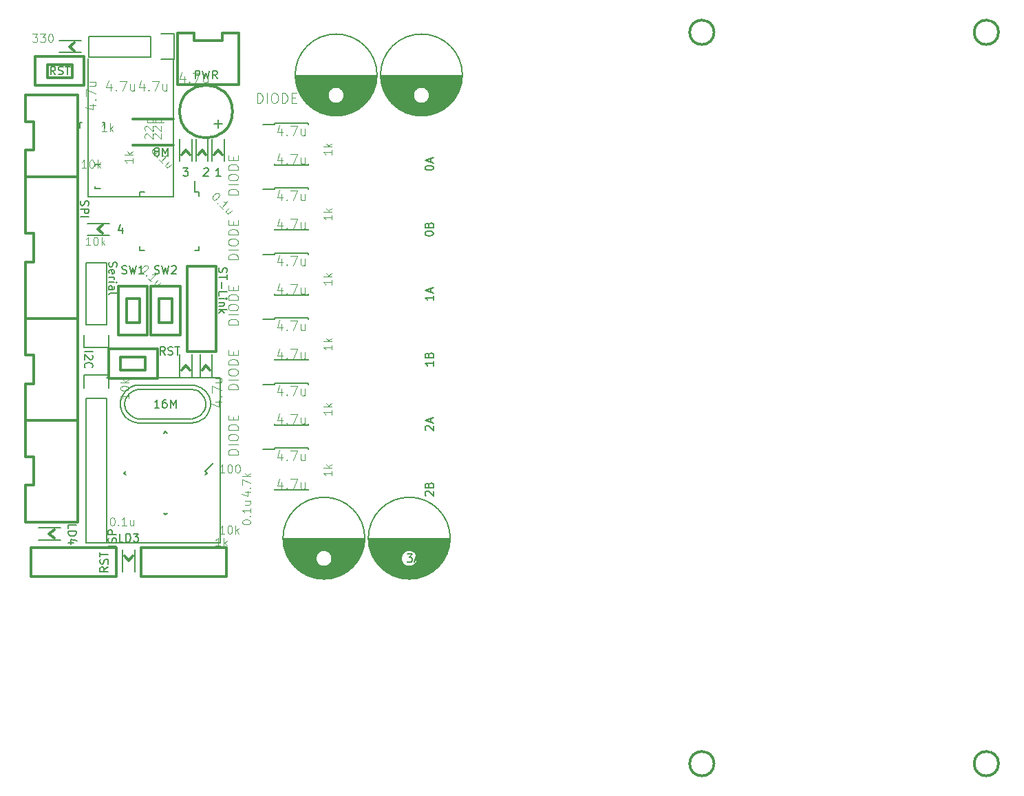
<source format=gbr>
G04 #@! TF.FileFunction,Legend,Top*
%FSLAX46Y46*%
G04 Gerber Fmt 4.6, Leading zero omitted, Abs format (unit mm)*
G04 Created by KiCad (PCBNEW 4.0.7) date 10/26/17 16:00:21*
%MOMM*%
%LPD*%
G01*
G04 APERTURE LIST*
%ADD10C,0.100000*%
%ADD11C,0.200000*%
%ADD12C,0.150000*%
%ADD13C,0.300000*%
%ADD14C,0.101600*%
G04 APERTURE END LIST*
D10*
D11*
X21047619Y-67333334D02*
X21047619Y-66857143D01*
X22047619Y-66857143D01*
X21047619Y-67666667D02*
X22047619Y-67666667D01*
X22047619Y-67904762D01*
X22000000Y-68047620D01*
X21904762Y-68142858D01*
X21809524Y-68190477D01*
X21619048Y-68238096D01*
X21476190Y-68238096D01*
X21285714Y-68190477D01*
X21190476Y-68142858D01*
X21095238Y-68047620D01*
X21047619Y-67904762D01*
X21047619Y-67666667D01*
X21714286Y-69095239D02*
X21047619Y-69095239D01*
X22095238Y-68857143D02*
X21380952Y-68619048D01*
X21380952Y-69238096D01*
X32952381Y-45952381D02*
X32619047Y-45476190D01*
X32380952Y-45952381D02*
X32380952Y-44952381D01*
X32761905Y-44952381D01*
X32857143Y-45000000D01*
X32904762Y-45047619D01*
X32952381Y-45142857D01*
X32952381Y-45285714D01*
X32904762Y-45380952D01*
X32857143Y-45428571D01*
X32761905Y-45476190D01*
X32380952Y-45476190D01*
X33333333Y-45904762D02*
X33476190Y-45952381D01*
X33714286Y-45952381D01*
X33809524Y-45904762D01*
X33857143Y-45857143D01*
X33904762Y-45761905D01*
X33904762Y-45666667D01*
X33857143Y-45571429D01*
X33809524Y-45523810D01*
X33714286Y-45476190D01*
X33523809Y-45428571D01*
X33428571Y-45380952D01*
X33380952Y-45333333D01*
X33333333Y-45238095D01*
X33333333Y-45142857D01*
X33380952Y-45047619D01*
X33428571Y-45000000D01*
X33523809Y-44952381D01*
X33761905Y-44952381D01*
X33904762Y-45000000D01*
X34190476Y-44952381D02*
X34761905Y-44952381D01*
X34476190Y-45952381D02*
X34476190Y-44952381D01*
X31666667Y-35904762D02*
X31809524Y-35952381D01*
X32047620Y-35952381D01*
X32142858Y-35904762D01*
X32190477Y-35857143D01*
X32238096Y-35761905D01*
X32238096Y-35666667D01*
X32190477Y-35571429D01*
X32142858Y-35523810D01*
X32047620Y-35476190D01*
X31857143Y-35428571D01*
X31761905Y-35380952D01*
X31714286Y-35333333D01*
X31666667Y-35238095D01*
X31666667Y-35142857D01*
X31714286Y-35047619D01*
X31761905Y-35000000D01*
X31857143Y-34952381D01*
X32095239Y-34952381D01*
X32238096Y-35000000D01*
X32571429Y-34952381D02*
X32809524Y-35952381D01*
X33000001Y-35238095D01*
X33190477Y-35952381D01*
X33428572Y-34952381D01*
X33761905Y-35047619D02*
X33809524Y-35000000D01*
X33904762Y-34952381D01*
X34142858Y-34952381D01*
X34238096Y-35000000D01*
X34285715Y-35047619D01*
X34333334Y-35142857D01*
X34333334Y-35238095D01*
X34285715Y-35380952D01*
X33714286Y-35952381D01*
X34333334Y-35952381D01*
X27666667Y-35904762D02*
X27809524Y-35952381D01*
X28047620Y-35952381D01*
X28142858Y-35904762D01*
X28190477Y-35857143D01*
X28238096Y-35761905D01*
X28238096Y-35666667D01*
X28190477Y-35571429D01*
X28142858Y-35523810D01*
X28047620Y-35476190D01*
X27857143Y-35428571D01*
X27761905Y-35380952D01*
X27714286Y-35333333D01*
X27666667Y-35238095D01*
X27666667Y-35142857D01*
X27714286Y-35047619D01*
X27761905Y-35000000D01*
X27857143Y-34952381D01*
X28095239Y-34952381D01*
X28238096Y-35000000D01*
X28571429Y-34952381D02*
X28809524Y-35952381D01*
X29000001Y-35238095D01*
X29190477Y-35952381D01*
X29428572Y-34952381D01*
X30333334Y-35952381D02*
X29761905Y-35952381D01*
X30047619Y-35952381D02*
X30047619Y-34952381D01*
X29952381Y-35095238D01*
X29857143Y-35190476D01*
X29761905Y-35238095D01*
X39595238Y-35214286D02*
X39547619Y-35357143D01*
X39547619Y-35595239D01*
X39595238Y-35690477D01*
X39642857Y-35738096D01*
X39738095Y-35785715D01*
X39833333Y-35785715D01*
X39928571Y-35738096D01*
X39976190Y-35690477D01*
X40023810Y-35595239D01*
X40071429Y-35404762D01*
X40119048Y-35309524D01*
X40166667Y-35261905D01*
X40261905Y-35214286D01*
X40357143Y-35214286D01*
X40452381Y-35261905D01*
X40500000Y-35309524D01*
X40547619Y-35404762D01*
X40547619Y-35642858D01*
X40500000Y-35785715D01*
X40547619Y-36071429D02*
X40547619Y-36642858D01*
X39547619Y-36357143D02*
X40547619Y-36357143D01*
X39928571Y-36976191D02*
X39928571Y-37738096D01*
X39547619Y-38690477D02*
X39547619Y-38214286D01*
X40547619Y-38214286D01*
X39547619Y-39023810D02*
X40214286Y-39023810D01*
X40547619Y-39023810D02*
X40500000Y-38976191D01*
X40452381Y-39023810D01*
X40500000Y-39071429D01*
X40547619Y-39023810D01*
X40452381Y-39023810D01*
X40214286Y-39500000D02*
X39547619Y-39500000D01*
X40119048Y-39500000D02*
X40166667Y-39547619D01*
X40214286Y-39642857D01*
X40214286Y-39785715D01*
X40166667Y-39880953D01*
X40071429Y-39928572D01*
X39547619Y-39928572D01*
X39547619Y-40404762D02*
X40547619Y-40404762D01*
X39928571Y-40500000D02*
X39547619Y-40785715D01*
X40214286Y-40785715D02*
X39833333Y-40404762D01*
X26095238Y-34523809D02*
X26047619Y-34666666D01*
X26047619Y-34904762D01*
X26095238Y-35000000D01*
X26142857Y-35047619D01*
X26238095Y-35095238D01*
X26333333Y-35095238D01*
X26428571Y-35047619D01*
X26476190Y-35000000D01*
X26523810Y-34904762D01*
X26571429Y-34714285D01*
X26619048Y-34619047D01*
X26666667Y-34571428D01*
X26761905Y-34523809D01*
X26857143Y-34523809D01*
X26952381Y-34571428D01*
X27000000Y-34619047D01*
X27047619Y-34714285D01*
X27047619Y-34952381D01*
X27000000Y-35095238D01*
X26095238Y-35904762D02*
X26047619Y-35809524D01*
X26047619Y-35619047D01*
X26095238Y-35523809D01*
X26190476Y-35476190D01*
X26571429Y-35476190D01*
X26666667Y-35523809D01*
X26714286Y-35619047D01*
X26714286Y-35809524D01*
X26666667Y-35904762D01*
X26571429Y-35952381D01*
X26476190Y-35952381D01*
X26380952Y-35476190D01*
X26047619Y-36380952D02*
X26714286Y-36380952D01*
X26523810Y-36380952D02*
X26619048Y-36428571D01*
X26666667Y-36476190D01*
X26714286Y-36571428D01*
X26714286Y-36666667D01*
X26047619Y-37000000D02*
X26714286Y-37000000D01*
X27047619Y-37000000D02*
X27000000Y-36952381D01*
X26952381Y-37000000D01*
X27000000Y-37047619D01*
X27047619Y-37000000D01*
X26952381Y-37000000D01*
X26047619Y-37904762D02*
X26571429Y-37904762D01*
X26666667Y-37857143D01*
X26714286Y-37761905D01*
X26714286Y-37571428D01*
X26666667Y-37476190D01*
X26095238Y-37904762D02*
X26047619Y-37809524D01*
X26047619Y-37571428D01*
X26095238Y-37476190D01*
X26190476Y-37428571D01*
X26285714Y-37428571D01*
X26380952Y-37476190D01*
X26428571Y-37571428D01*
X26428571Y-37809524D01*
X26476190Y-37904762D01*
X26047619Y-38523809D02*
X26095238Y-38428571D01*
X26190476Y-38380952D01*
X27047619Y-38380952D01*
X23047619Y-45523810D02*
X24047619Y-45523810D01*
X23952381Y-45952381D02*
X24000000Y-46000000D01*
X24047619Y-46095238D01*
X24047619Y-46333334D01*
X24000000Y-46428572D01*
X23952381Y-46476191D01*
X23857143Y-46523810D01*
X23761905Y-46523810D01*
X23619048Y-46476191D01*
X23047619Y-45904762D01*
X23047619Y-46523810D01*
X23142857Y-47523810D02*
X23095238Y-47476191D01*
X23047619Y-47333334D01*
X23047619Y-47238096D01*
X23095238Y-47095238D01*
X23190476Y-47000000D01*
X23285714Y-46952381D01*
X23476190Y-46904762D01*
X23619048Y-46904762D01*
X23809524Y-46952381D01*
X23904762Y-47000000D01*
X24000000Y-47095238D01*
X24047619Y-47238096D01*
X24047619Y-47333334D01*
X24000000Y-47476191D01*
X23952381Y-47523810D01*
X22595238Y-26976191D02*
X22547619Y-27119048D01*
X22547619Y-27357144D01*
X22595238Y-27452382D01*
X22642857Y-27500001D01*
X22738095Y-27547620D01*
X22833333Y-27547620D01*
X22928571Y-27500001D01*
X22976190Y-27452382D01*
X23023810Y-27357144D01*
X23071429Y-27166667D01*
X23119048Y-27071429D01*
X23166667Y-27023810D01*
X23261905Y-26976191D01*
X23357143Y-26976191D01*
X23452381Y-27023810D01*
X23500000Y-27071429D01*
X23547619Y-27166667D01*
X23547619Y-27404763D01*
X23500000Y-27547620D01*
X22547619Y-27976191D02*
X23547619Y-27976191D01*
X23547619Y-28357144D01*
X23500000Y-28452382D01*
X23452381Y-28500001D01*
X23357143Y-28547620D01*
X23214286Y-28547620D01*
X23119048Y-28500001D01*
X23071429Y-28452382D01*
X23023810Y-28357144D01*
X23023810Y-27976191D01*
X22547619Y-28976191D02*
X23547619Y-28976191D01*
X19452381Y-11452381D02*
X19119047Y-10976190D01*
X18880952Y-11452381D02*
X18880952Y-10452381D01*
X19261905Y-10452381D01*
X19357143Y-10500000D01*
X19404762Y-10547619D01*
X19452381Y-10642857D01*
X19452381Y-10785714D01*
X19404762Y-10880952D01*
X19357143Y-10928571D01*
X19261905Y-10976190D01*
X18880952Y-10976190D01*
X19833333Y-11404762D02*
X19976190Y-11452381D01*
X20214286Y-11452381D01*
X20309524Y-11404762D01*
X20357143Y-11357143D01*
X20404762Y-11261905D01*
X20404762Y-11166667D01*
X20357143Y-11071429D01*
X20309524Y-11023810D01*
X20214286Y-10976190D01*
X20023809Y-10928571D01*
X19928571Y-10880952D01*
X19880952Y-10833333D01*
X19833333Y-10738095D01*
X19833333Y-10642857D01*
X19880952Y-10547619D01*
X19928571Y-10500000D01*
X20023809Y-10452381D01*
X20261905Y-10452381D01*
X20404762Y-10500000D01*
X20690476Y-10452381D02*
X21261905Y-10452381D01*
X20976190Y-11452381D02*
X20976190Y-10452381D01*
X39500000Y-17000000D02*
X39500000Y-18000000D01*
X39000000Y-17500000D02*
X40000000Y-17500000D01*
X36666667Y-11952381D02*
X36666667Y-10952381D01*
X37047620Y-10952381D01*
X37142858Y-11000000D01*
X37190477Y-11047619D01*
X37238096Y-11142857D01*
X37238096Y-11285714D01*
X37190477Y-11380952D01*
X37142858Y-11428571D01*
X37047620Y-11476190D01*
X36666667Y-11476190D01*
X37571429Y-10952381D02*
X37809524Y-11952381D01*
X38000001Y-11238095D01*
X38190477Y-11952381D01*
X38428572Y-10952381D01*
X39380953Y-11952381D02*
X39047619Y-11476190D01*
X38809524Y-11952381D02*
X38809524Y-10952381D01*
X39190477Y-10952381D01*
X39285715Y-11000000D01*
X39333334Y-11047619D01*
X39380953Y-11142857D01*
X39380953Y-11285714D01*
X39333334Y-11380952D01*
X39285715Y-11428571D01*
X39190477Y-11476190D01*
X38809524Y-11476190D01*
X32238096Y-52452381D02*
X31666667Y-52452381D01*
X31952381Y-52452381D02*
X31952381Y-51452381D01*
X31857143Y-51595238D01*
X31761905Y-51690476D01*
X31666667Y-51738095D01*
X33095239Y-51452381D02*
X32904762Y-51452381D01*
X32809524Y-51500000D01*
X32761905Y-51547619D01*
X32666667Y-51690476D01*
X32619048Y-51880952D01*
X32619048Y-52261905D01*
X32666667Y-52357143D01*
X32714286Y-52404762D01*
X32809524Y-52452381D01*
X33000001Y-52452381D01*
X33095239Y-52404762D01*
X33142858Y-52357143D01*
X33190477Y-52261905D01*
X33190477Y-52023810D01*
X33142858Y-51928571D01*
X33095239Y-51880952D01*
X33000001Y-51833333D01*
X32809524Y-51833333D01*
X32714286Y-51880952D01*
X32666667Y-51928571D01*
X32619048Y-52023810D01*
X33619048Y-52452381D02*
X33619048Y-51452381D01*
X33952382Y-52166667D01*
X34285715Y-51452381D01*
X34285715Y-52452381D01*
X31833333Y-20880952D02*
X31738095Y-20833333D01*
X31690476Y-20785714D01*
X31642857Y-20690476D01*
X31642857Y-20642857D01*
X31690476Y-20547619D01*
X31738095Y-20500000D01*
X31833333Y-20452381D01*
X32023810Y-20452381D01*
X32119048Y-20500000D01*
X32166667Y-20547619D01*
X32214286Y-20642857D01*
X32214286Y-20690476D01*
X32166667Y-20785714D01*
X32119048Y-20833333D01*
X32023810Y-20880952D01*
X31833333Y-20880952D01*
X31738095Y-20928571D01*
X31690476Y-20976190D01*
X31642857Y-21071429D01*
X31642857Y-21261905D01*
X31690476Y-21357143D01*
X31738095Y-21404762D01*
X31833333Y-21452381D01*
X32023810Y-21452381D01*
X32119048Y-21404762D01*
X32166667Y-21357143D01*
X32214286Y-21261905D01*
X32214286Y-21071429D01*
X32166667Y-20976190D01*
X32119048Y-20928571D01*
X32023810Y-20880952D01*
X32642857Y-21452381D02*
X32642857Y-20452381D01*
X32976191Y-21166667D01*
X33309524Y-20452381D01*
X33309524Y-21452381D01*
X27690477Y-30285714D02*
X27690477Y-30952381D01*
X27452381Y-29904762D02*
X27214286Y-30619048D01*
X27833334Y-30619048D01*
X39785715Y-23952381D02*
X39214286Y-23952381D01*
X39500000Y-23952381D02*
X39500000Y-22952381D01*
X39404762Y-23095238D01*
X39309524Y-23190476D01*
X39214286Y-23238095D01*
X37714286Y-23047619D02*
X37761905Y-23000000D01*
X37857143Y-22952381D01*
X38095239Y-22952381D01*
X38190477Y-23000000D01*
X38238096Y-23047619D01*
X38285715Y-23142857D01*
X38285715Y-23238095D01*
X38238096Y-23380952D01*
X37666667Y-23952381D01*
X38285715Y-23952381D01*
X35166667Y-22952381D02*
X35785715Y-22952381D01*
X35452381Y-23333333D01*
X35595239Y-23333333D01*
X35690477Y-23380952D01*
X35738096Y-23428571D01*
X35785715Y-23523810D01*
X35785715Y-23761905D01*
X35738096Y-23857143D01*
X35690477Y-23904762D01*
X35595239Y-23952381D01*
X35309524Y-23952381D01*
X35214286Y-23904762D01*
X35166667Y-23857143D01*
X27833334Y-68952381D02*
X27357143Y-68952381D01*
X27357143Y-67952381D01*
X28166667Y-68952381D02*
X28166667Y-67952381D01*
X28404762Y-67952381D01*
X28547620Y-68000000D01*
X28642858Y-68095238D01*
X28690477Y-68190476D01*
X28738096Y-68380952D01*
X28738096Y-68523810D01*
X28690477Y-68714286D01*
X28642858Y-68809524D01*
X28547620Y-68904762D01*
X28404762Y-68952381D01*
X28166667Y-68952381D01*
X29071429Y-67952381D02*
X29690477Y-67952381D01*
X29357143Y-68333333D01*
X29500001Y-68333333D01*
X29595239Y-68380952D01*
X29642858Y-68428571D01*
X29690477Y-68523810D01*
X29690477Y-68761905D01*
X29642858Y-68857143D01*
X29595239Y-68904762D01*
X29500001Y-68952381D01*
X29214286Y-68952381D01*
X29119048Y-68904762D01*
X29071429Y-68857143D01*
X25952381Y-72047619D02*
X25476190Y-72380953D01*
X25952381Y-72619048D02*
X24952381Y-72619048D01*
X24952381Y-72238095D01*
X25000000Y-72142857D01*
X25047619Y-72095238D01*
X25142857Y-72047619D01*
X25285714Y-72047619D01*
X25380952Y-72095238D01*
X25428571Y-72142857D01*
X25476190Y-72238095D01*
X25476190Y-72619048D01*
X25904762Y-71666667D02*
X25952381Y-71523810D01*
X25952381Y-71285714D01*
X25904762Y-71190476D01*
X25857143Y-71142857D01*
X25761905Y-71095238D01*
X25666667Y-71095238D01*
X25571429Y-71142857D01*
X25523810Y-71190476D01*
X25476190Y-71285714D01*
X25428571Y-71476191D01*
X25380952Y-71571429D01*
X25333333Y-71619048D01*
X25238095Y-71666667D01*
X25142857Y-71666667D01*
X25047619Y-71619048D01*
X25000000Y-71571429D01*
X24952381Y-71476191D01*
X24952381Y-71238095D01*
X25000000Y-71095238D01*
X24952381Y-70809524D02*
X24952381Y-70238095D01*
X25952381Y-70523810D02*
X24952381Y-70523810D01*
X26952381Y-69476190D02*
X25952381Y-69476190D01*
X26904762Y-69047619D02*
X26952381Y-68904762D01*
X26952381Y-68666666D01*
X26904762Y-68571428D01*
X26857143Y-68523809D01*
X26761905Y-68476190D01*
X26666667Y-68476190D01*
X26571429Y-68523809D01*
X26523810Y-68571428D01*
X26476190Y-68666666D01*
X26428571Y-68857143D01*
X26380952Y-68952381D01*
X26333333Y-69000000D01*
X26238095Y-69047619D01*
X26142857Y-69047619D01*
X26047619Y-69000000D01*
X26000000Y-68952381D01*
X25952381Y-68857143D01*
X25952381Y-68619047D01*
X26000000Y-68476190D01*
X26952381Y-68047619D02*
X25952381Y-68047619D01*
X25952381Y-67666666D01*
X26000000Y-67571428D01*
X26047619Y-67523809D01*
X26142857Y-67476190D01*
X26285714Y-67476190D01*
X26380952Y-67523809D01*
X26428571Y-67571428D01*
X26476190Y-67666666D01*
X26476190Y-68047619D01*
X62738095Y-70452381D02*
X63357143Y-70452381D01*
X63023809Y-70833333D01*
X63166667Y-70833333D01*
X63261905Y-70880952D01*
X63309524Y-70928571D01*
X63357143Y-71023810D01*
X63357143Y-71261905D01*
X63309524Y-71357143D01*
X63261905Y-71404762D01*
X63166667Y-71452381D01*
X62880952Y-71452381D01*
X62785714Y-71404762D01*
X62738095Y-71357143D01*
X63738095Y-71166667D02*
X64214286Y-71166667D01*
X63642857Y-71452381D02*
X63976190Y-70452381D01*
X64309524Y-71452381D01*
X65047619Y-63285714D02*
X65000000Y-63238095D01*
X64952381Y-63142857D01*
X64952381Y-62904761D01*
X65000000Y-62809523D01*
X65047619Y-62761904D01*
X65142857Y-62714285D01*
X65238095Y-62714285D01*
X65380952Y-62761904D01*
X65952381Y-63333333D01*
X65952381Y-62714285D01*
X65428571Y-61952380D02*
X65476190Y-61809523D01*
X65523810Y-61761904D01*
X65619048Y-61714285D01*
X65761905Y-61714285D01*
X65857143Y-61761904D01*
X65904762Y-61809523D01*
X65952381Y-61904761D01*
X65952381Y-62285714D01*
X64952381Y-62285714D01*
X64952381Y-61952380D01*
X65000000Y-61857142D01*
X65047619Y-61809523D01*
X65142857Y-61761904D01*
X65238095Y-61761904D01*
X65333333Y-61809523D01*
X65380952Y-61857142D01*
X65428571Y-61952380D01*
X65428571Y-62285714D01*
X65047619Y-55214286D02*
X65000000Y-55166667D01*
X64952381Y-55071429D01*
X64952381Y-54833333D01*
X65000000Y-54738095D01*
X65047619Y-54690476D01*
X65142857Y-54642857D01*
X65238095Y-54642857D01*
X65380952Y-54690476D01*
X65952381Y-55261905D01*
X65952381Y-54642857D01*
X65666667Y-54261905D02*
X65666667Y-53785714D01*
X65952381Y-54357143D02*
X64952381Y-54023810D01*
X65952381Y-53690476D01*
X65952381Y-46714285D02*
X65952381Y-47285714D01*
X65952381Y-47000000D02*
X64952381Y-47000000D01*
X65095238Y-47095238D01*
X65190476Y-47190476D01*
X65238095Y-47285714D01*
X65428571Y-45952380D02*
X65476190Y-45809523D01*
X65523810Y-45761904D01*
X65619048Y-45714285D01*
X65761905Y-45714285D01*
X65857143Y-45761904D01*
X65904762Y-45809523D01*
X65952381Y-45904761D01*
X65952381Y-46285714D01*
X64952381Y-46285714D01*
X64952381Y-45952380D01*
X65000000Y-45857142D01*
X65047619Y-45809523D01*
X65142857Y-45761904D01*
X65238095Y-45761904D01*
X65333333Y-45809523D01*
X65380952Y-45857142D01*
X65428571Y-45952380D01*
X65428571Y-46285714D01*
X65952381Y-38642857D02*
X65952381Y-39214286D01*
X65952381Y-38928572D02*
X64952381Y-38928572D01*
X65095238Y-39023810D01*
X65190476Y-39119048D01*
X65238095Y-39214286D01*
X65666667Y-38261905D02*
X65666667Y-37785714D01*
X65952381Y-38357143D02*
X64952381Y-38023810D01*
X65952381Y-37690476D01*
X64952381Y-31047619D02*
X64952381Y-30952380D01*
X65000000Y-30857142D01*
X65047619Y-30809523D01*
X65142857Y-30761904D01*
X65333333Y-30714285D01*
X65571429Y-30714285D01*
X65761905Y-30761904D01*
X65857143Y-30809523D01*
X65904762Y-30857142D01*
X65952381Y-30952380D01*
X65952381Y-31047619D01*
X65904762Y-31142857D01*
X65857143Y-31190476D01*
X65761905Y-31238095D01*
X65571429Y-31285714D01*
X65333333Y-31285714D01*
X65142857Y-31238095D01*
X65047619Y-31190476D01*
X65000000Y-31142857D01*
X64952381Y-31047619D01*
X65428571Y-29952380D02*
X65476190Y-29809523D01*
X65523810Y-29761904D01*
X65619048Y-29714285D01*
X65761905Y-29714285D01*
X65857143Y-29761904D01*
X65904762Y-29809523D01*
X65952381Y-29904761D01*
X65952381Y-30285714D01*
X64952381Y-30285714D01*
X64952381Y-29952380D01*
X65000000Y-29857142D01*
X65047619Y-29809523D01*
X65142857Y-29761904D01*
X65238095Y-29761904D01*
X65333333Y-29809523D01*
X65380952Y-29857142D01*
X65428571Y-29952380D01*
X65428571Y-30285714D01*
X64952381Y-22976191D02*
X64952381Y-22880952D01*
X65000000Y-22785714D01*
X65047619Y-22738095D01*
X65142857Y-22690476D01*
X65333333Y-22642857D01*
X65571429Y-22642857D01*
X65761905Y-22690476D01*
X65857143Y-22738095D01*
X65904762Y-22785714D01*
X65952381Y-22880952D01*
X65952381Y-22976191D01*
X65904762Y-23071429D01*
X65857143Y-23119048D01*
X65761905Y-23166667D01*
X65571429Y-23214286D01*
X65333333Y-23214286D01*
X65142857Y-23166667D01*
X65047619Y-23119048D01*
X65000000Y-23071429D01*
X64952381Y-22976191D01*
X65666667Y-22261905D02*
X65666667Y-21785714D01*
X65952381Y-22357143D02*
X64952381Y-22023810D01*
X65952381Y-21690476D01*
D12*
X23500000Y-9500000D02*
X23500000Y-26500000D01*
X23500000Y-26500000D02*
X34000000Y-26500000D01*
X34000000Y-9500000D02*
X34000000Y-26500000D01*
X31230000Y-9270000D02*
X23610000Y-9270000D01*
X31230000Y-6730000D02*
X23610000Y-6730000D01*
X34050000Y-6450000D02*
X32500000Y-6450000D01*
X23610000Y-9270000D02*
X23610000Y-6730000D01*
X31230000Y-6730000D02*
X31230000Y-9270000D01*
X32500000Y-9550000D02*
X34050000Y-9550000D01*
X34050000Y-9550000D02*
X34050000Y-6450000D01*
X38126524Y-60500000D02*
X37896714Y-60270190D01*
X33000000Y-65626524D02*
X32770190Y-65396714D01*
X27873476Y-60500000D02*
X28103286Y-60729810D01*
X33000000Y-55373476D02*
X33229810Y-55603286D01*
X38126524Y-60500000D02*
X37896714Y-60729810D01*
X33000000Y-55373476D02*
X32770190Y-55603286D01*
X27873476Y-60500000D02*
X28103286Y-60270190D01*
X33000000Y-65626524D02*
X33229810Y-65396714D01*
X37896714Y-60270190D02*
X38904342Y-59262563D01*
X58999000Y-11575000D02*
X49001000Y-11575000D01*
X58995000Y-11715000D02*
X49005000Y-11715000D01*
X58987000Y-11855000D02*
X49013000Y-11855000D01*
X58975000Y-11995000D02*
X49025000Y-11995000D01*
X58960000Y-12135000D02*
X49040000Y-12135000D01*
X58940000Y-12275000D02*
X49060000Y-12275000D01*
X58916000Y-12415000D02*
X49084000Y-12415000D01*
X58887000Y-12555000D02*
X49113000Y-12555000D01*
X58855000Y-12695000D02*
X49145000Y-12695000D01*
X58818000Y-12835000D02*
X49182000Y-12835000D01*
X58777000Y-12975000D02*
X49223000Y-12975000D01*
X58732000Y-13115000D02*
X54466000Y-13115000D01*
X53534000Y-13115000D02*
X49268000Y-13115000D01*
X58682000Y-13255000D02*
X54667000Y-13255000D01*
X53333000Y-13255000D02*
X49318000Y-13255000D01*
X58627000Y-13395000D02*
X54796000Y-13395000D01*
X53204000Y-13395000D02*
X49373000Y-13395000D01*
X58567000Y-13535000D02*
X54885000Y-13535000D01*
X53115000Y-13535000D02*
X49433000Y-13535000D01*
X58502000Y-13675000D02*
X54946000Y-13675000D01*
X53054000Y-13675000D02*
X49498000Y-13675000D01*
X58432000Y-13815000D02*
X54983000Y-13815000D01*
X53017000Y-13815000D02*
X49568000Y-13815000D01*
X58356000Y-13955000D02*
X54999000Y-13955000D01*
X53001000Y-13955000D02*
X49644000Y-13955000D01*
X58274000Y-14095000D02*
X54995000Y-14095000D01*
X53005000Y-14095000D02*
X49726000Y-14095000D01*
X58186000Y-14235000D02*
X54972000Y-14235000D01*
X53028000Y-14235000D02*
X49814000Y-14235000D01*
X58091000Y-14375000D02*
X54927000Y-14375000D01*
X53073000Y-14375000D02*
X49909000Y-14375000D01*
X57989000Y-14515000D02*
X54857000Y-14515000D01*
X53143000Y-14515000D02*
X50011000Y-14515000D01*
X57879000Y-14655000D02*
X54756000Y-14655000D01*
X53244000Y-14655000D02*
X50121000Y-14655000D01*
X57761000Y-14795000D02*
X54607000Y-14795000D01*
X53393000Y-14795000D02*
X50239000Y-14795000D01*
X57633000Y-14935000D02*
X54355000Y-14935000D01*
X53645000Y-14935000D02*
X50367000Y-14935000D01*
X57496000Y-15075000D02*
X50504000Y-15075000D01*
X57346000Y-15215000D02*
X50654000Y-15215000D01*
X57184000Y-15355000D02*
X50816000Y-15355000D01*
X57007000Y-15495000D02*
X50993000Y-15495000D01*
X56811000Y-15635000D02*
X51189000Y-15635000D01*
X56593000Y-15775000D02*
X51407000Y-15775000D01*
X56347000Y-15915000D02*
X51653000Y-15915000D01*
X56062000Y-16055000D02*
X51938000Y-16055000D01*
X55720000Y-16195000D02*
X52280000Y-16195000D01*
X55274000Y-16335000D02*
X52726000Y-16335000D01*
X54499000Y-16475000D02*
X53501000Y-16475000D01*
X55000000Y-14000000D02*
G75*
G03X55000000Y-14000000I-1000000J0D01*
G01*
X59037500Y-11500000D02*
G75*
G03X59037500Y-11500000I-5037500J0D01*
G01*
D13*
X42000000Y-6300000D02*
X40000000Y-6300000D01*
X40000000Y-6300000D02*
X40000000Y-7300000D01*
X40000000Y-7300000D02*
X36500000Y-7300000D01*
X36500000Y-7300000D02*
X36500000Y-6300000D01*
X36500000Y-6300000D02*
X34500000Y-6300000D01*
X42000000Y-12700000D02*
X42000000Y-6300000D01*
X34500000Y-6300000D02*
X34500000Y-12700000D01*
X34500000Y-12700000D02*
X42000000Y-12700000D01*
X30000000Y-69700000D02*
X40500000Y-69700000D01*
X40500000Y-69700000D02*
X40500000Y-73200000D01*
X40500000Y-73200000D02*
X30000000Y-73200000D01*
X30000000Y-73200000D02*
X30000000Y-69700000D01*
X34000000Y-16900000D02*
X29000000Y-16900000D01*
X34000000Y-20100000D02*
X29000000Y-20100000D01*
X21200000Y-8000000D02*
X21800000Y-8500000D01*
X21200000Y-8000000D02*
X21800000Y-7500000D01*
D12*
X19900000Y-8750000D02*
X22600000Y-8750000D01*
X19900000Y-7250000D02*
X22600000Y-7250000D01*
D13*
X39500000Y-20700000D02*
X39000000Y-21300000D01*
X39500000Y-20700000D02*
X40000000Y-21300000D01*
D12*
X38750000Y-19400000D02*
X38750000Y-22100000D01*
X40250000Y-19400000D02*
X40250000Y-22100000D01*
D13*
X35700000Y-45500000D02*
X35700000Y-35000000D01*
X35700000Y-35000000D02*
X39200000Y-35000000D01*
X39200000Y-35000000D02*
X39200000Y-45500000D01*
X39200000Y-45500000D02*
X35700000Y-45500000D01*
D12*
X37125000Y-25875000D02*
X36600000Y-25875000D01*
X37125000Y-33125000D02*
X36600000Y-33125000D01*
X29875000Y-33125000D02*
X30400000Y-33125000D01*
X29875000Y-25875000D02*
X30400000Y-25875000D01*
X37125000Y-25875000D02*
X37125000Y-26400000D01*
X29875000Y-25875000D02*
X29875000Y-26400000D01*
X29875000Y-33125000D02*
X29875000Y-32600000D01*
X37125000Y-33125000D02*
X37125000Y-32600000D01*
X36600000Y-25875000D02*
X36600000Y-24500000D01*
X23230000Y-42230000D02*
X23230000Y-34610000D01*
X25770000Y-42230000D02*
X25770000Y-34610000D01*
X26050000Y-45050000D02*
X26050000Y-43500000D01*
X23230000Y-34610000D02*
X25770000Y-34610000D01*
X25770000Y-42230000D02*
X23230000Y-42230000D01*
X22950000Y-43500000D02*
X22950000Y-45050000D01*
X22950000Y-45050000D02*
X26050000Y-45050000D01*
X69499000Y-11575000D02*
X59501000Y-11575000D01*
X69495000Y-11715000D02*
X59505000Y-11715000D01*
X69487000Y-11855000D02*
X59513000Y-11855000D01*
X69475000Y-11995000D02*
X59525000Y-11995000D01*
X69460000Y-12135000D02*
X59540000Y-12135000D01*
X69440000Y-12275000D02*
X59560000Y-12275000D01*
X69416000Y-12415000D02*
X59584000Y-12415000D01*
X69387000Y-12555000D02*
X59613000Y-12555000D01*
X69355000Y-12695000D02*
X59645000Y-12695000D01*
X69318000Y-12835000D02*
X59682000Y-12835000D01*
X69277000Y-12975000D02*
X59723000Y-12975000D01*
X69232000Y-13115000D02*
X64966000Y-13115000D01*
X64034000Y-13115000D02*
X59768000Y-13115000D01*
X69182000Y-13255000D02*
X65167000Y-13255000D01*
X63833000Y-13255000D02*
X59818000Y-13255000D01*
X69127000Y-13395000D02*
X65296000Y-13395000D01*
X63704000Y-13395000D02*
X59873000Y-13395000D01*
X69067000Y-13535000D02*
X65385000Y-13535000D01*
X63615000Y-13535000D02*
X59933000Y-13535000D01*
X69002000Y-13675000D02*
X65446000Y-13675000D01*
X63554000Y-13675000D02*
X59998000Y-13675000D01*
X68932000Y-13815000D02*
X65483000Y-13815000D01*
X63517000Y-13815000D02*
X60068000Y-13815000D01*
X68856000Y-13955000D02*
X65499000Y-13955000D01*
X63501000Y-13955000D02*
X60144000Y-13955000D01*
X68774000Y-14095000D02*
X65495000Y-14095000D01*
X63505000Y-14095000D02*
X60226000Y-14095000D01*
X68686000Y-14235000D02*
X65472000Y-14235000D01*
X63528000Y-14235000D02*
X60314000Y-14235000D01*
X68591000Y-14375000D02*
X65427000Y-14375000D01*
X63573000Y-14375000D02*
X60409000Y-14375000D01*
X68489000Y-14515000D02*
X65357000Y-14515000D01*
X63643000Y-14515000D02*
X60511000Y-14515000D01*
X68379000Y-14655000D02*
X65256000Y-14655000D01*
X63744000Y-14655000D02*
X60621000Y-14655000D01*
X68261000Y-14795000D02*
X65107000Y-14795000D01*
X63893000Y-14795000D02*
X60739000Y-14795000D01*
X68133000Y-14935000D02*
X64855000Y-14935000D01*
X64145000Y-14935000D02*
X60867000Y-14935000D01*
X67996000Y-15075000D02*
X61004000Y-15075000D01*
X67846000Y-15215000D02*
X61154000Y-15215000D01*
X67684000Y-15355000D02*
X61316000Y-15355000D01*
X67507000Y-15495000D02*
X61493000Y-15495000D01*
X67311000Y-15635000D02*
X61689000Y-15635000D01*
X67093000Y-15775000D02*
X61907000Y-15775000D01*
X66847000Y-15915000D02*
X62153000Y-15915000D01*
X66562000Y-16055000D02*
X62438000Y-16055000D01*
X66220000Y-16195000D02*
X62780000Y-16195000D01*
X65774000Y-16335000D02*
X63226000Y-16335000D01*
X64999000Y-16475000D02*
X64001000Y-16475000D01*
X65500000Y-14000000D02*
G75*
G03X65500000Y-14000000I-1000000J0D01*
G01*
X69537500Y-11500000D02*
G75*
G03X69537500Y-11500000I-5037500J0D01*
G01*
X57499000Y-68575000D02*
X47501000Y-68575000D01*
X57495000Y-68715000D02*
X47505000Y-68715000D01*
X57487000Y-68855000D02*
X47513000Y-68855000D01*
X57475000Y-68995000D02*
X47525000Y-68995000D01*
X57460000Y-69135000D02*
X47540000Y-69135000D01*
X57440000Y-69275000D02*
X47560000Y-69275000D01*
X57416000Y-69415000D02*
X47584000Y-69415000D01*
X57387000Y-69555000D02*
X47613000Y-69555000D01*
X57355000Y-69695000D02*
X47645000Y-69695000D01*
X57318000Y-69835000D02*
X47682000Y-69835000D01*
X57277000Y-69975000D02*
X47723000Y-69975000D01*
X57232000Y-70115000D02*
X52966000Y-70115000D01*
X52034000Y-70115000D02*
X47768000Y-70115000D01*
X57182000Y-70255000D02*
X53167000Y-70255000D01*
X51833000Y-70255000D02*
X47818000Y-70255000D01*
X57127000Y-70395000D02*
X53296000Y-70395000D01*
X51704000Y-70395000D02*
X47873000Y-70395000D01*
X57067000Y-70535000D02*
X53385000Y-70535000D01*
X51615000Y-70535000D02*
X47933000Y-70535000D01*
X57002000Y-70675000D02*
X53446000Y-70675000D01*
X51554000Y-70675000D02*
X47998000Y-70675000D01*
X56932000Y-70815000D02*
X53483000Y-70815000D01*
X51517000Y-70815000D02*
X48068000Y-70815000D01*
X56856000Y-70955000D02*
X53499000Y-70955000D01*
X51501000Y-70955000D02*
X48144000Y-70955000D01*
X56774000Y-71095000D02*
X53495000Y-71095000D01*
X51505000Y-71095000D02*
X48226000Y-71095000D01*
X56686000Y-71235000D02*
X53472000Y-71235000D01*
X51528000Y-71235000D02*
X48314000Y-71235000D01*
X56591000Y-71375000D02*
X53427000Y-71375000D01*
X51573000Y-71375000D02*
X48409000Y-71375000D01*
X56489000Y-71515000D02*
X53357000Y-71515000D01*
X51643000Y-71515000D02*
X48511000Y-71515000D01*
X56379000Y-71655000D02*
X53256000Y-71655000D01*
X51744000Y-71655000D02*
X48621000Y-71655000D01*
X56261000Y-71795000D02*
X53107000Y-71795000D01*
X51893000Y-71795000D02*
X48739000Y-71795000D01*
X56133000Y-71935000D02*
X52855000Y-71935000D01*
X52145000Y-71935000D02*
X48867000Y-71935000D01*
X55996000Y-72075000D02*
X49004000Y-72075000D01*
X55846000Y-72215000D02*
X49154000Y-72215000D01*
X55684000Y-72355000D02*
X49316000Y-72355000D01*
X55507000Y-72495000D02*
X49493000Y-72495000D01*
X55311000Y-72635000D02*
X49689000Y-72635000D01*
X55093000Y-72775000D02*
X49907000Y-72775000D01*
X54847000Y-72915000D02*
X50153000Y-72915000D01*
X54562000Y-73055000D02*
X50438000Y-73055000D01*
X54220000Y-73195000D02*
X50780000Y-73195000D01*
X53774000Y-73335000D02*
X51226000Y-73335000D01*
X52999000Y-73475000D02*
X52001000Y-73475000D01*
X53500000Y-71000000D02*
G75*
G03X53500000Y-71000000I-1000000J0D01*
G01*
X57537500Y-68500000D02*
G75*
G03X57537500Y-68500000I-5037500J0D01*
G01*
X67999000Y-68575000D02*
X58001000Y-68575000D01*
X67995000Y-68715000D02*
X58005000Y-68715000D01*
X67987000Y-68855000D02*
X58013000Y-68855000D01*
X67975000Y-68995000D02*
X58025000Y-68995000D01*
X67960000Y-69135000D02*
X58040000Y-69135000D01*
X67940000Y-69275000D02*
X58060000Y-69275000D01*
X67916000Y-69415000D02*
X58084000Y-69415000D01*
X67887000Y-69555000D02*
X58113000Y-69555000D01*
X67855000Y-69695000D02*
X58145000Y-69695000D01*
X67818000Y-69835000D02*
X58182000Y-69835000D01*
X67777000Y-69975000D02*
X58223000Y-69975000D01*
X67732000Y-70115000D02*
X63466000Y-70115000D01*
X62534000Y-70115000D02*
X58268000Y-70115000D01*
X67682000Y-70255000D02*
X63667000Y-70255000D01*
X62333000Y-70255000D02*
X58318000Y-70255000D01*
X67627000Y-70395000D02*
X63796000Y-70395000D01*
X62204000Y-70395000D02*
X58373000Y-70395000D01*
X67567000Y-70535000D02*
X63885000Y-70535000D01*
X62115000Y-70535000D02*
X58433000Y-70535000D01*
X67502000Y-70675000D02*
X63946000Y-70675000D01*
X62054000Y-70675000D02*
X58498000Y-70675000D01*
X67432000Y-70815000D02*
X63983000Y-70815000D01*
X62017000Y-70815000D02*
X58568000Y-70815000D01*
X67356000Y-70955000D02*
X63999000Y-70955000D01*
X62001000Y-70955000D02*
X58644000Y-70955000D01*
X67274000Y-71095000D02*
X63995000Y-71095000D01*
X62005000Y-71095000D02*
X58726000Y-71095000D01*
X67186000Y-71235000D02*
X63972000Y-71235000D01*
X62028000Y-71235000D02*
X58814000Y-71235000D01*
X67091000Y-71375000D02*
X63927000Y-71375000D01*
X62073000Y-71375000D02*
X58909000Y-71375000D01*
X66989000Y-71515000D02*
X63857000Y-71515000D01*
X62143000Y-71515000D02*
X59011000Y-71515000D01*
X66879000Y-71655000D02*
X63756000Y-71655000D01*
X62244000Y-71655000D02*
X59121000Y-71655000D01*
X66761000Y-71795000D02*
X63607000Y-71795000D01*
X62393000Y-71795000D02*
X59239000Y-71795000D01*
X66633000Y-71935000D02*
X63355000Y-71935000D01*
X62645000Y-71935000D02*
X59367000Y-71935000D01*
X66496000Y-72075000D02*
X59504000Y-72075000D01*
X66346000Y-72215000D02*
X59654000Y-72215000D01*
X66184000Y-72355000D02*
X59816000Y-72355000D01*
X66007000Y-72495000D02*
X59993000Y-72495000D01*
X65811000Y-72635000D02*
X60189000Y-72635000D01*
X65593000Y-72775000D02*
X60407000Y-72775000D01*
X65347000Y-72915000D02*
X60653000Y-72915000D01*
X65062000Y-73055000D02*
X60938000Y-73055000D01*
X64720000Y-73195000D02*
X61280000Y-73195000D01*
X64274000Y-73335000D02*
X61726000Y-73335000D01*
X63499000Y-73475000D02*
X62501000Y-73475000D01*
X64000000Y-71000000D02*
G75*
G03X64000000Y-71000000I-1000000J0D01*
G01*
X68037500Y-68500000D02*
G75*
G03X68037500Y-68500000I-5037500J0D01*
G01*
D13*
X37500000Y-20700000D02*
X37000000Y-21300000D01*
X37500000Y-20700000D02*
X38000000Y-21300000D01*
D12*
X36750000Y-19400000D02*
X36750000Y-22100000D01*
X38250000Y-19400000D02*
X38250000Y-22100000D01*
D13*
X35500000Y-20700000D02*
X35000000Y-21300000D01*
X35500000Y-20700000D02*
X36000000Y-21300000D01*
D12*
X34750000Y-19400000D02*
X34750000Y-22100000D01*
X36250000Y-19400000D02*
X36250000Y-22100000D01*
X22500180Y-18050800D02*
X22500180Y-17349760D01*
X22500180Y-17349760D02*
X22749100Y-17349760D01*
X25299160Y-17349760D02*
X25499820Y-17349760D01*
X25499820Y-17349760D02*
X25499820Y-18050800D01*
D13*
X15800000Y-41500000D02*
X15800000Y-46000000D01*
X15800000Y-46000000D02*
X16800000Y-46000000D01*
X16800000Y-46000000D02*
X16800000Y-49500000D01*
X16800000Y-49500000D02*
X15800000Y-49500000D01*
X15800000Y-49500000D02*
X15800000Y-54000000D01*
X22200000Y-54000000D02*
X22200000Y-41500000D01*
X15800000Y-54000000D02*
X22200000Y-54000000D01*
X22200000Y-41500000D02*
X15800000Y-41500000D01*
X16800000Y-17250000D02*
X16800000Y-20750000D01*
X16800000Y-20750000D02*
X15800000Y-20750000D01*
X15800000Y-20750000D02*
X15800000Y-24000000D01*
X15800000Y-14000000D02*
X15800000Y-17250000D01*
X15800000Y-17250000D02*
X16800000Y-17250000D01*
X22200000Y-14000000D02*
X22200000Y-24000000D01*
X22200000Y-24000000D02*
X15800000Y-24000000D01*
X22200000Y-14000000D02*
X15800000Y-14000000D01*
X15800000Y-24000000D02*
X15800000Y-31000000D01*
X15800000Y-31000000D02*
X16800000Y-31000000D01*
X16800000Y-31000000D02*
X16800000Y-34500000D01*
X16800000Y-34500000D02*
X15800000Y-34500000D01*
X15800000Y-34500000D02*
X15800000Y-41500000D01*
X22200000Y-24000000D02*
X22200000Y-41500000D01*
X22200000Y-41500000D02*
X15800000Y-41500000D01*
X22200000Y-24000000D02*
X15800000Y-24000000D01*
X33800000Y-42000000D02*
X33800000Y-39000000D01*
X33800000Y-39000000D02*
X32200000Y-39000000D01*
X32200000Y-39000000D02*
X32200000Y-42000000D01*
X32200000Y-42000000D02*
X33800000Y-42000000D01*
X34800000Y-43500000D02*
X34800000Y-37500000D01*
X34800000Y-37500000D02*
X31200000Y-37500000D01*
X31200000Y-37500000D02*
X31200000Y-43500000D01*
X31200000Y-43500000D02*
X34800000Y-43500000D01*
X29800000Y-42000000D02*
X29800000Y-39000000D01*
X29800000Y-39000000D02*
X28200000Y-39000000D01*
X28200000Y-39000000D02*
X28200000Y-42000000D01*
X28200000Y-42000000D02*
X29800000Y-42000000D01*
X30800000Y-43500000D02*
X30800000Y-37500000D01*
X30800000Y-37500000D02*
X27200000Y-37500000D01*
X27200000Y-37500000D02*
X27200000Y-43500000D01*
X27200000Y-43500000D02*
X30800000Y-43500000D01*
X18500000Y-11800000D02*
X21500000Y-11800000D01*
X21500000Y-11800000D02*
X21500000Y-10200000D01*
X21500000Y-10200000D02*
X18500000Y-10200000D01*
X18500000Y-10200000D02*
X18500000Y-11800000D01*
X17000000Y-12800000D02*
X23000000Y-12800000D01*
X23000000Y-12800000D02*
X23000000Y-9200000D01*
X23000000Y-9200000D02*
X17000000Y-9200000D01*
X17000000Y-9200000D02*
X17000000Y-12800000D01*
X30500000Y-46200000D02*
X27500000Y-46200000D01*
X27500000Y-46200000D02*
X27500000Y-47800000D01*
X27500000Y-47800000D02*
X30500000Y-47800000D01*
X30500000Y-47800000D02*
X30500000Y-46200000D01*
X32000000Y-45200000D02*
X26000000Y-45200000D01*
X26000000Y-45200000D02*
X26000000Y-48800000D01*
X26000000Y-48800000D02*
X32000000Y-48800000D01*
X32000000Y-48800000D02*
X32000000Y-45200000D01*
X24700000Y-30500000D02*
X25300000Y-31000000D01*
X24700000Y-30500000D02*
X25300000Y-30000000D01*
D12*
X23400000Y-31250000D02*
X26100000Y-31250000D01*
X23400000Y-29750000D02*
X26100000Y-29750000D01*
X46425000Y-49425000D02*
X46425000Y-49570000D01*
X50575000Y-49425000D02*
X50575000Y-49570000D01*
X50575000Y-54575000D02*
X50575000Y-54430000D01*
X46425000Y-54575000D02*
X46425000Y-54430000D01*
X46425000Y-49425000D02*
X50575000Y-49425000D01*
X46425000Y-54575000D02*
X50575000Y-54575000D01*
X46425000Y-49570000D02*
X45025000Y-49570000D01*
X46425000Y-57425000D02*
X46425000Y-57570000D01*
X50575000Y-57425000D02*
X50575000Y-57570000D01*
X50575000Y-62575000D02*
X50575000Y-62430000D01*
X46425000Y-62575000D02*
X46425000Y-62430000D01*
X46425000Y-57425000D02*
X50575000Y-57425000D01*
X46425000Y-62575000D02*
X50575000Y-62575000D01*
X46425000Y-57570000D02*
X45025000Y-57570000D01*
X46425000Y-17425000D02*
X46425000Y-17570000D01*
X50575000Y-17425000D02*
X50575000Y-17570000D01*
X50575000Y-22575000D02*
X50575000Y-22430000D01*
X46425000Y-22575000D02*
X46425000Y-22430000D01*
X46425000Y-17425000D02*
X50575000Y-17425000D01*
X46425000Y-22575000D02*
X50575000Y-22575000D01*
X46425000Y-17570000D02*
X45025000Y-17570000D01*
X46425000Y-25425000D02*
X46425000Y-25570000D01*
X50575000Y-25425000D02*
X50575000Y-25570000D01*
X50575000Y-30575000D02*
X50575000Y-30430000D01*
X46425000Y-30575000D02*
X46425000Y-30430000D01*
X46425000Y-25425000D02*
X50575000Y-25425000D01*
X46425000Y-30575000D02*
X50575000Y-30575000D01*
X46425000Y-25570000D02*
X45025000Y-25570000D01*
X46425000Y-33425000D02*
X46425000Y-33570000D01*
X50575000Y-33425000D02*
X50575000Y-33570000D01*
X50575000Y-38575000D02*
X50575000Y-38430000D01*
X46425000Y-38575000D02*
X46425000Y-38430000D01*
X46425000Y-33425000D02*
X50575000Y-33425000D01*
X46425000Y-38575000D02*
X50575000Y-38575000D01*
X46425000Y-33570000D02*
X45025000Y-33570000D01*
X46425000Y-41425000D02*
X46425000Y-41570000D01*
X50575000Y-41425000D02*
X50575000Y-41570000D01*
X50575000Y-46575000D02*
X50575000Y-46430000D01*
X46425000Y-46575000D02*
X46425000Y-46430000D01*
X46425000Y-41425000D02*
X50575000Y-41425000D01*
X46425000Y-46575000D02*
X50575000Y-46575000D01*
X46425000Y-41570000D02*
X45025000Y-41570000D01*
D13*
X135500000Y-96250000D02*
G75*
G03X135500000Y-96250000I-1500000J0D01*
G01*
X100500000Y-96250000D02*
G75*
G03X100500000Y-96250000I-1500000J0D01*
G01*
X100500000Y-6250000D02*
G75*
G03X100500000Y-6250000I-1500000J0D01*
G01*
X135500000Y-6250000D02*
G75*
G03X135500000Y-6250000I-1500000J0D01*
G01*
X28500000Y-71300000D02*
X29000000Y-70700000D01*
X28500000Y-71300000D02*
X28000000Y-70700000D01*
D12*
X29250000Y-72600000D02*
X29250000Y-69900000D01*
X27750000Y-72600000D02*
X27750000Y-69900000D01*
D13*
X18700000Y-68000000D02*
X19300000Y-68500000D01*
X18700000Y-68000000D02*
X19300000Y-67500000D01*
D12*
X17400000Y-68750000D02*
X20100000Y-68750000D01*
X17400000Y-67250000D02*
X20100000Y-67250000D01*
X28301000Y-53000760D02*
X28100340Y-52599440D01*
X28100340Y-52599440D02*
X27998740Y-52000000D01*
X27998740Y-52000000D02*
X28100340Y-51499620D01*
X28100340Y-51499620D02*
X28499120Y-50801120D01*
X28499120Y-50801120D02*
X29101100Y-50399800D01*
X29101100Y-50399800D02*
X29700540Y-50199140D01*
X29700540Y-50199140D02*
X36299460Y-50199140D01*
X36299460Y-50199140D02*
X37000500Y-50399800D01*
X37000500Y-50399800D02*
X37399280Y-50699520D01*
X37399280Y-50699520D02*
X37800600Y-51199900D01*
X37800600Y-51199900D02*
X38001260Y-51799340D01*
X38001260Y-51799340D02*
X38001260Y-52299720D01*
X38001260Y-52299720D02*
X37800600Y-52800100D01*
X37800600Y-52800100D02*
X37300220Y-53399540D01*
X37300220Y-53399540D02*
X36799840Y-53699260D01*
X36799840Y-53699260D02*
X36299460Y-53800860D01*
X36200400Y-53800860D02*
X29598940Y-53800860D01*
X29598940Y-53800860D02*
X29200160Y-53699260D01*
X29200160Y-53699260D02*
X28699780Y-53399540D01*
X28699780Y-53399540D02*
X28199400Y-52899160D01*
X36190240Y-54329180D02*
X36649980Y-54280920D01*
X36649980Y-54280920D02*
X37048760Y-54169160D01*
X37048760Y-54169160D02*
X37480560Y-53950720D01*
X37480560Y-53950720D02*
X37770120Y-53719580D01*
X37770120Y-53719580D02*
X38100320Y-53369060D01*
X38100320Y-53369060D02*
X38389880Y-52830580D01*
X38389880Y-52830580D02*
X38519420Y-52231140D01*
X38519420Y-52231140D02*
X38519420Y-51720600D01*
X38519420Y-51720600D02*
X38349240Y-51019560D01*
X38349240Y-51019560D02*
X37950460Y-50430280D01*
X37950460Y-50430280D02*
X37490720Y-50059440D01*
X37490720Y-50059440D02*
X37069080Y-49851160D01*
X37069080Y-49851160D02*
X36619500Y-49691140D01*
X36619500Y-49691140D02*
X36180080Y-49660660D01*
X28839480Y-49879100D02*
X28461020Y-50100080D01*
X28461020Y-50100080D02*
X28140980Y-50379480D01*
X28140980Y-50379480D02*
X27889520Y-50709680D01*
X27889520Y-50709680D02*
X27589800Y-51260860D01*
X27589800Y-51260860D02*
X27480580Y-51730760D01*
X27480580Y-51730760D02*
X27460260Y-52190500D01*
X27460260Y-52190500D02*
X27549160Y-52650240D01*
X27549160Y-52650240D02*
X27739660Y-53099820D01*
X27739660Y-53099820D02*
X28100340Y-53569720D01*
X28100340Y-53569720D02*
X28450860Y-53889760D01*
X28450860Y-53889760D02*
X28839480Y-54120900D01*
X28839480Y-54120900D02*
X29268740Y-54260600D01*
X29268740Y-54260600D02*
X29710700Y-54329180D01*
X36200400Y-49670820D02*
X29748800Y-49670820D01*
X29748800Y-49670820D02*
X29329700Y-49708920D01*
X29329700Y-49708920D02*
X28839480Y-49879100D01*
X36200400Y-54329180D02*
X29748800Y-54329180D01*
D13*
X41250000Y-16000000D02*
G75*
G03X41250000Y-16000000I-3250000J0D01*
G01*
X16500000Y-69700000D02*
X27000000Y-69700000D01*
X27000000Y-69700000D02*
X27000000Y-73200000D01*
X27000000Y-73200000D02*
X16500000Y-73200000D01*
X16500000Y-73200000D02*
X16500000Y-69700000D01*
X15800000Y-54000000D02*
X15800000Y-58500000D01*
X15800000Y-58500000D02*
X16800000Y-58500000D01*
X16800000Y-58500000D02*
X16800000Y-62000000D01*
X16800000Y-62000000D02*
X15800000Y-62000000D01*
X15800000Y-62000000D02*
X15800000Y-66500000D01*
X22200000Y-66500000D02*
X22200000Y-54000000D01*
X15800000Y-66500000D02*
X22200000Y-66500000D01*
X22200000Y-54000000D02*
X15800000Y-54000000D01*
D12*
X25770000Y-69050000D02*
X39740000Y-69050000D01*
X39740000Y-69050000D02*
X39740000Y-48730000D01*
X25770000Y-48730000D02*
X39740000Y-48730000D01*
X25770000Y-51270000D02*
X25770000Y-69050000D01*
X25770000Y-69050000D02*
X23230000Y-69050000D01*
X23230000Y-69050000D02*
X23230000Y-51270000D01*
X26050000Y-48450000D02*
X26050000Y-50000000D01*
X25770000Y-51270000D02*
X23230000Y-51270000D01*
X22950000Y-50000000D02*
X22950000Y-48450000D01*
X22950000Y-48450000D02*
X26050000Y-48450000D01*
D13*
X38000000Y-47200000D02*
X37500000Y-47800000D01*
X38000000Y-47200000D02*
X38500000Y-47800000D01*
D12*
X37250000Y-45900000D02*
X37250000Y-48600000D01*
X38750000Y-45900000D02*
X38750000Y-48600000D01*
D13*
X35500000Y-47200000D02*
X35000000Y-47800000D01*
X35500000Y-47200000D02*
X36000000Y-47800000D01*
D12*
X34750000Y-45900000D02*
X34750000Y-48600000D01*
X36250000Y-45900000D02*
X36250000Y-48600000D01*
X25050800Y-25499820D02*
X24349760Y-25499820D01*
X24349760Y-25499820D02*
X24349760Y-25250900D01*
X24349760Y-22700840D02*
X24349760Y-22500180D01*
X24349760Y-22500180D02*
X25050800Y-22500180D01*
D14*
X44287262Y-14942548D02*
X44287262Y-13736048D01*
X44574524Y-13736048D01*
X44746881Y-13793500D01*
X44861786Y-13908405D01*
X44919238Y-14023310D01*
X44976690Y-14253119D01*
X44976690Y-14425476D01*
X44919238Y-14655286D01*
X44861786Y-14770190D01*
X44746881Y-14885095D01*
X44574524Y-14942548D01*
X44287262Y-14942548D01*
X45493762Y-14942548D02*
X45493762Y-13736048D01*
X46298095Y-13736048D02*
X46527905Y-13736048D01*
X46642810Y-13793500D01*
X46757714Y-13908405D01*
X46815167Y-14138214D01*
X46815167Y-14540381D01*
X46757714Y-14770190D01*
X46642810Y-14885095D01*
X46527905Y-14942548D01*
X46298095Y-14942548D01*
X46183191Y-14885095D01*
X46068286Y-14770190D01*
X46010834Y-14540381D01*
X46010834Y-14138214D01*
X46068286Y-13908405D01*
X46183191Y-13793500D01*
X46298095Y-13736048D01*
X47332238Y-14942548D02*
X47332238Y-13736048D01*
X47619500Y-13736048D01*
X47791857Y-13793500D01*
X47906762Y-13908405D01*
X47964214Y-14023310D01*
X48021666Y-14253119D01*
X48021666Y-14425476D01*
X47964214Y-14655286D01*
X47906762Y-14770190D01*
X47791857Y-14885095D01*
X47619500Y-14942548D01*
X47332238Y-14942548D01*
X48538738Y-14310571D02*
X48940905Y-14310571D01*
X49113262Y-14942548D02*
X48538738Y-14942548D01*
X48538738Y-13736048D01*
X49113262Y-13736048D01*
X41942548Y-26212738D02*
X40736048Y-26212738D01*
X40736048Y-25925476D01*
X40793500Y-25753119D01*
X40908405Y-25638214D01*
X41023310Y-25580762D01*
X41253119Y-25523310D01*
X41425476Y-25523310D01*
X41655286Y-25580762D01*
X41770190Y-25638214D01*
X41885095Y-25753119D01*
X41942548Y-25925476D01*
X41942548Y-26212738D01*
X41942548Y-25006238D02*
X40736048Y-25006238D01*
X40736048Y-24201905D02*
X40736048Y-23972095D01*
X40793500Y-23857190D01*
X40908405Y-23742286D01*
X41138214Y-23684833D01*
X41540381Y-23684833D01*
X41770190Y-23742286D01*
X41885095Y-23857190D01*
X41942548Y-23972095D01*
X41942548Y-24201905D01*
X41885095Y-24316809D01*
X41770190Y-24431714D01*
X41540381Y-24489166D01*
X41138214Y-24489166D01*
X40908405Y-24431714D01*
X40793500Y-24316809D01*
X40736048Y-24201905D01*
X41942548Y-23167762D02*
X40736048Y-23167762D01*
X40736048Y-22880500D01*
X40793500Y-22708143D01*
X40908405Y-22593238D01*
X41023310Y-22535786D01*
X41253119Y-22478334D01*
X41425476Y-22478334D01*
X41655286Y-22535786D01*
X41770190Y-22593238D01*
X41885095Y-22708143D01*
X41942548Y-22880500D01*
X41942548Y-23167762D01*
X41310571Y-21961262D02*
X41310571Y-21559095D01*
X41942548Y-21386738D02*
X41942548Y-21961262D01*
X40736048Y-21961262D01*
X40736048Y-21386738D01*
X41942548Y-34212738D02*
X40736048Y-34212738D01*
X40736048Y-33925476D01*
X40793500Y-33753119D01*
X40908405Y-33638214D01*
X41023310Y-33580762D01*
X41253119Y-33523310D01*
X41425476Y-33523310D01*
X41655286Y-33580762D01*
X41770190Y-33638214D01*
X41885095Y-33753119D01*
X41942548Y-33925476D01*
X41942548Y-34212738D01*
X41942548Y-33006238D02*
X40736048Y-33006238D01*
X40736048Y-32201905D02*
X40736048Y-31972095D01*
X40793500Y-31857190D01*
X40908405Y-31742286D01*
X41138214Y-31684833D01*
X41540381Y-31684833D01*
X41770190Y-31742286D01*
X41885095Y-31857190D01*
X41942548Y-31972095D01*
X41942548Y-32201905D01*
X41885095Y-32316809D01*
X41770190Y-32431714D01*
X41540381Y-32489166D01*
X41138214Y-32489166D01*
X40908405Y-32431714D01*
X40793500Y-32316809D01*
X40736048Y-32201905D01*
X41942548Y-31167762D02*
X40736048Y-31167762D01*
X40736048Y-30880500D01*
X40793500Y-30708143D01*
X40908405Y-30593238D01*
X41023310Y-30535786D01*
X41253119Y-30478334D01*
X41425476Y-30478334D01*
X41655286Y-30535786D01*
X41770190Y-30593238D01*
X41885095Y-30708143D01*
X41942548Y-30880500D01*
X41942548Y-31167762D01*
X41310571Y-29961262D02*
X41310571Y-29559095D01*
X41942548Y-29386738D02*
X41942548Y-29961262D01*
X40736048Y-29961262D01*
X40736048Y-29386738D01*
X41942548Y-42212738D02*
X40736048Y-42212738D01*
X40736048Y-41925476D01*
X40793500Y-41753119D01*
X40908405Y-41638214D01*
X41023310Y-41580762D01*
X41253119Y-41523310D01*
X41425476Y-41523310D01*
X41655286Y-41580762D01*
X41770190Y-41638214D01*
X41885095Y-41753119D01*
X41942548Y-41925476D01*
X41942548Y-42212738D01*
X41942548Y-41006238D02*
X40736048Y-41006238D01*
X40736048Y-40201905D02*
X40736048Y-39972095D01*
X40793500Y-39857190D01*
X40908405Y-39742286D01*
X41138214Y-39684833D01*
X41540381Y-39684833D01*
X41770190Y-39742286D01*
X41885095Y-39857190D01*
X41942548Y-39972095D01*
X41942548Y-40201905D01*
X41885095Y-40316809D01*
X41770190Y-40431714D01*
X41540381Y-40489166D01*
X41138214Y-40489166D01*
X40908405Y-40431714D01*
X40793500Y-40316809D01*
X40736048Y-40201905D01*
X41942548Y-39167762D02*
X40736048Y-39167762D01*
X40736048Y-38880500D01*
X40793500Y-38708143D01*
X40908405Y-38593238D01*
X41023310Y-38535786D01*
X41253119Y-38478334D01*
X41425476Y-38478334D01*
X41655286Y-38535786D01*
X41770190Y-38593238D01*
X41885095Y-38708143D01*
X41942548Y-38880500D01*
X41942548Y-39167762D01*
X41310571Y-37961262D02*
X41310571Y-37559095D01*
X41942548Y-37386738D02*
X41942548Y-37961262D01*
X40736048Y-37961262D01*
X40736048Y-37386738D01*
X41942548Y-50212738D02*
X40736048Y-50212738D01*
X40736048Y-49925476D01*
X40793500Y-49753119D01*
X40908405Y-49638214D01*
X41023310Y-49580762D01*
X41253119Y-49523310D01*
X41425476Y-49523310D01*
X41655286Y-49580762D01*
X41770190Y-49638214D01*
X41885095Y-49753119D01*
X41942548Y-49925476D01*
X41942548Y-50212738D01*
X41942548Y-49006238D02*
X40736048Y-49006238D01*
X40736048Y-48201905D02*
X40736048Y-47972095D01*
X40793500Y-47857190D01*
X40908405Y-47742286D01*
X41138214Y-47684833D01*
X41540381Y-47684833D01*
X41770190Y-47742286D01*
X41885095Y-47857190D01*
X41942548Y-47972095D01*
X41942548Y-48201905D01*
X41885095Y-48316809D01*
X41770190Y-48431714D01*
X41540381Y-48489166D01*
X41138214Y-48489166D01*
X40908405Y-48431714D01*
X40793500Y-48316809D01*
X40736048Y-48201905D01*
X41942548Y-47167762D02*
X40736048Y-47167762D01*
X40736048Y-46880500D01*
X40793500Y-46708143D01*
X40908405Y-46593238D01*
X41023310Y-46535786D01*
X41253119Y-46478334D01*
X41425476Y-46478334D01*
X41655286Y-46535786D01*
X41770190Y-46593238D01*
X41885095Y-46708143D01*
X41942548Y-46880500D01*
X41942548Y-47167762D01*
X41310571Y-45961262D02*
X41310571Y-45559095D01*
X41942548Y-45386738D02*
X41942548Y-45961262D01*
X40736048Y-45961262D01*
X40736048Y-45386738D01*
X41942548Y-58212738D02*
X40736048Y-58212738D01*
X40736048Y-57925476D01*
X40793500Y-57753119D01*
X40908405Y-57638214D01*
X41023310Y-57580762D01*
X41253119Y-57523310D01*
X41425476Y-57523310D01*
X41655286Y-57580762D01*
X41770190Y-57638214D01*
X41885095Y-57753119D01*
X41942548Y-57925476D01*
X41942548Y-58212738D01*
X41942548Y-57006238D02*
X40736048Y-57006238D01*
X40736048Y-56201905D02*
X40736048Y-55972095D01*
X40793500Y-55857190D01*
X40908405Y-55742286D01*
X41138214Y-55684833D01*
X41540381Y-55684833D01*
X41770190Y-55742286D01*
X41885095Y-55857190D01*
X41942548Y-55972095D01*
X41942548Y-56201905D01*
X41885095Y-56316809D01*
X41770190Y-56431714D01*
X41540381Y-56489166D01*
X41138214Y-56489166D01*
X40908405Y-56431714D01*
X40793500Y-56316809D01*
X40736048Y-56201905D01*
X41942548Y-55167762D02*
X40736048Y-55167762D01*
X40736048Y-54880500D01*
X40793500Y-54708143D01*
X40908405Y-54593238D01*
X41023310Y-54535786D01*
X41253119Y-54478334D01*
X41425476Y-54478334D01*
X41655286Y-54535786D01*
X41770190Y-54593238D01*
X41885095Y-54708143D01*
X41942548Y-54880500D01*
X41942548Y-55167762D01*
X41310571Y-53961262D02*
X41310571Y-53559095D01*
X41942548Y-53386738D02*
X41942548Y-53961262D01*
X40736048Y-53961262D01*
X40736048Y-53386738D01*
D10*
X31547619Y-19309524D02*
X31500000Y-19261905D01*
X31452381Y-19166667D01*
X31452381Y-18928571D01*
X31500000Y-18833333D01*
X31547619Y-18785714D01*
X31642857Y-18738095D01*
X31738095Y-18738095D01*
X31880952Y-18785714D01*
X32452381Y-19357143D01*
X32452381Y-18738095D01*
X31547619Y-18357143D02*
X31500000Y-18309524D01*
X31452381Y-18214286D01*
X31452381Y-17976190D01*
X31500000Y-17880952D01*
X31547619Y-17833333D01*
X31642857Y-17785714D01*
X31738095Y-17785714D01*
X31880952Y-17833333D01*
X32452381Y-18404762D01*
X32452381Y-17785714D01*
X31785714Y-17357143D02*
X32785714Y-17357143D01*
X31833333Y-17357143D02*
X31785714Y-17261905D01*
X31785714Y-17071428D01*
X31833333Y-16976190D01*
X31880952Y-16928571D01*
X31976190Y-16880952D01*
X32261905Y-16880952D01*
X32357143Y-16928571D01*
X32404762Y-16976190D01*
X32452381Y-17071428D01*
X32452381Y-17261905D01*
X32404762Y-17357143D01*
X30547619Y-19309524D02*
X30500000Y-19261905D01*
X30452381Y-19166667D01*
X30452381Y-18928571D01*
X30500000Y-18833333D01*
X30547619Y-18785714D01*
X30642857Y-18738095D01*
X30738095Y-18738095D01*
X30880952Y-18785714D01*
X31452381Y-19357143D01*
X31452381Y-18738095D01*
X30547619Y-18357143D02*
X30500000Y-18309524D01*
X30452381Y-18214286D01*
X30452381Y-17976190D01*
X30500000Y-17880952D01*
X30547619Y-17833333D01*
X30642857Y-17785714D01*
X30738095Y-17785714D01*
X30880952Y-17833333D01*
X31452381Y-18404762D01*
X31452381Y-17785714D01*
X30785714Y-17357143D02*
X31785714Y-17357143D01*
X30833333Y-17357143D02*
X30785714Y-17261905D01*
X30785714Y-17071428D01*
X30833333Y-16976190D01*
X30880952Y-16928571D01*
X30976190Y-16880952D01*
X31261905Y-16880952D01*
X31357143Y-16928571D01*
X31404762Y-16976190D01*
X31452381Y-17071428D01*
X31452381Y-17261905D01*
X31404762Y-17357143D01*
X32086717Y-20398053D02*
X32154061Y-20465397D01*
X32187733Y-20566412D01*
X32187733Y-20633756D01*
X32154061Y-20734771D01*
X32053046Y-20903129D01*
X31884687Y-21071489D01*
X31716328Y-21172504D01*
X31615313Y-21206176D01*
X31547969Y-21206176D01*
X31446954Y-21172504D01*
X31379610Y-21105160D01*
X31345938Y-21004145D01*
X31345938Y-20936801D01*
X31379610Y-20835786D01*
X31480625Y-20667427D01*
X31648985Y-20499068D01*
X31817343Y-20398053D01*
X31918358Y-20364381D01*
X31985702Y-20364381D01*
X32086717Y-20398053D01*
X31985702Y-21576564D02*
X31985702Y-21643908D01*
X31918358Y-21643908D01*
X31918358Y-21576564D01*
X31985702Y-21576564D01*
X31918358Y-21643908D01*
X32625465Y-22351015D02*
X32221404Y-21946953D01*
X32423434Y-22148984D02*
X33130541Y-21441877D01*
X32962182Y-21475549D01*
X32827495Y-21475549D01*
X32726480Y-21441877D01*
X33702962Y-22485702D02*
X33231557Y-22957106D01*
X33399915Y-22182655D02*
X33029526Y-22553045D01*
X32995854Y-22654060D01*
X33029526Y-22755075D01*
X33130542Y-22856091D01*
X33231557Y-22889763D01*
X33298900Y-22889763D01*
X39543824Y-26062267D02*
X39611168Y-26129611D01*
X39644840Y-26230626D01*
X39644840Y-26297970D01*
X39611168Y-26398985D01*
X39510153Y-26567343D01*
X39341794Y-26735703D01*
X39173435Y-26836718D01*
X39072420Y-26870390D01*
X39005076Y-26870390D01*
X38904061Y-26836718D01*
X38836717Y-26769374D01*
X38803045Y-26668359D01*
X38803045Y-26601015D01*
X38836717Y-26500000D01*
X38937732Y-26331641D01*
X39106092Y-26163282D01*
X39274450Y-26062267D01*
X39375465Y-26028595D01*
X39442809Y-26028595D01*
X39543824Y-26062267D01*
X39442809Y-27240778D02*
X39442809Y-27308122D01*
X39375465Y-27308122D01*
X39375465Y-27240778D01*
X39442809Y-27240778D01*
X39375465Y-27308122D01*
X40082572Y-28015229D02*
X39678511Y-27611167D01*
X39880541Y-27813198D02*
X40587648Y-27106091D01*
X40419289Y-27139763D01*
X40284602Y-27139763D01*
X40183587Y-27106091D01*
X41160069Y-28149916D02*
X40688664Y-28621320D01*
X40857022Y-27846869D02*
X40486633Y-28217259D01*
X40452961Y-28318274D01*
X40486633Y-28419289D01*
X40587649Y-28520305D01*
X40688664Y-28553977D01*
X40756007Y-28553977D01*
X30750931Y-34976481D02*
X30818275Y-35043825D01*
X30851947Y-35144840D01*
X30851947Y-35212184D01*
X30818275Y-35313199D01*
X30717260Y-35481557D01*
X30548901Y-35649917D01*
X30380542Y-35750932D01*
X30279527Y-35784604D01*
X30212183Y-35784604D01*
X30111168Y-35750932D01*
X30043824Y-35683588D01*
X30010152Y-35582573D01*
X30010152Y-35515229D01*
X30043824Y-35414214D01*
X30144839Y-35245855D01*
X30313199Y-35077496D01*
X30481557Y-34976481D01*
X30582572Y-34942809D01*
X30649916Y-34942809D01*
X30750931Y-34976481D01*
X30649916Y-36154992D02*
X30649916Y-36222336D01*
X30582572Y-36222336D01*
X30582572Y-36154992D01*
X30649916Y-36154992D01*
X30582572Y-36222336D01*
X31289679Y-36929443D02*
X30885618Y-36525381D01*
X31087648Y-36727412D02*
X31794755Y-36020305D01*
X31626396Y-36053977D01*
X31491709Y-36053977D01*
X31390694Y-36020305D01*
X32367176Y-37064130D02*
X31895771Y-37535534D01*
X32064129Y-36761083D02*
X31693740Y-37131473D01*
X31660068Y-37232488D01*
X31693740Y-37333503D01*
X31794756Y-37434519D01*
X31895771Y-37468191D01*
X31963114Y-37468191D01*
X42452381Y-66571429D02*
X42452381Y-66476190D01*
X42500000Y-66380952D01*
X42547619Y-66333333D01*
X42642857Y-66285714D01*
X42833333Y-66238095D01*
X43071429Y-66238095D01*
X43261905Y-66285714D01*
X43357143Y-66333333D01*
X43404762Y-66380952D01*
X43452381Y-66476190D01*
X43452381Y-66571429D01*
X43404762Y-66666667D01*
X43357143Y-66714286D01*
X43261905Y-66761905D01*
X43071429Y-66809524D01*
X42833333Y-66809524D01*
X42642857Y-66761905D01*
X42547619Y-66714286D01*
X42500000Y-66666667D01*
X42452381Y-66571429D01*
X43357143Y-65809524D02*
X43404762Y-65761905D01*
X43452381Y-65809524D01*
X43404762Y-65857143D01*
X43357143Y-65809524D01*
X43452381Y-65809524D01*
X43452381Y-64809524D02*
X43452381Y-65380953D01*
X43452381Y-65095239D02*
X42452381Y-65095239D01*
X42595238Y-65190477D01*
X42690476Y-65285715D01*
X42738095Y-65380953D01*
X42785714Y-63952381D02*
X43452381Y-63952381D01*
X42785714Y-64380953D02*
X43309524Y-64380953D01*
X43404762Y-64333334D01*
X43452381Y-64238096D01*
X43452381Y-64095238D01*
X43404762Y-64000000D01*
X43357143Y-63952381D01*
X26428571Y-65952381D02*
X26523810Y-65952381D01*
X26619048Y-66000000D01*
X26666667Y-66047619D01*
X26714286Y-66142857D01*
X26761905Y-66333333D01*
X26761905Y-66571429D01*
X26714286Y-66761905D01*
X26666667Y-66857143D01*
X26619048Y-66904762D01*
X26523810Y-66952381D01*
X26428571Y-66952381D01*
X26333333Y-66904762D01*
X26285714Y-66857143D01*
X26238095Y-66761905D01*
X26190476Y-66571429D01*
X26190476Y-66333333D01*
X26238095Y-66142857D01*
X26285714Y-66047619D01*
X26333333Y-66000000D01*
X26428571Y-65952381D01*
X27190476Y-66857143D02*
X27238095Y-66904762D01*
X27190476Y-66952381D01*
X27142857Y-66904762D01*
X27190476Y-66857143D01*
X27190476Y-66952381D01*
X28190476Y-66952381D02*
X27619047Y-66952381D01*
X27904761Y-66952381D02*
X27904761Y-65952381D01*
X27809523Y-66095238D01*
X27714285Y-66190476D01*
X27619047Y-66238095D01*
X29047619Y-66285714D02*
X29047619Y-66952381D01*
X28619047Y-66285714D02*
X28619047Y-66809524D01*
X28666666Y-66904762D01*
X28761904Y-66952381D01*
X28904762Y-66952381D01*
X29000000Y-66904762D01*
X29047619Y-66857143D01*
X16642857Y-6452381D02*
X17261905Y-6452381D01*
X16928571Y-6833333D01*
X17071429Y-6833333D01*
X17166667Y-6880952D01*
X17214286Y-6928571D01*
X17261905Y-7023810D01*
X17261905Y-7261905D01*
X17214286Y-7357143D01*
X17166667Y-7404762D01*
X17071429Y-7452381D01*
X16785714Y-7452381D01*
X16690476Y-7404762D01*
X16642857Y-7357143D01*
X17595238Y-6452381D02*
X18214286Y-6452381D01*
X17880952Y-6833333D01*
X18023810Y-6833333D01*
X18119048Y-6880952D01*
X18166667Y-6928571D01*
X18214286Y-7023810D01*
X18214286Y-7261905D01*
X18166667Y-7357143D01*
X18119048Y-7404762D01*
X18023810Y-7452381D01*
X17738095Y-7452381D01*
X17642857Y-7404762D01*
X17595238Y-7357143D01*
X18833333Y-6452381D02*
X18928572Y-6452381D01*
X19023810Y-6500000D01*
X19071429Y-6547619D01*
X19119048Y-6642857D01*
X19166667Y-6833333D01*
X19166667Y-7071429D01*
X19119048Y-7261905D01*
X19071429Y-7357143D01*
X19023810Y-7404762D01*
X18928572Y-7452381D01*
X18833333Y-7452381D01*
X18738095Y-7404762D01*
X18690476Y-7357143D01*
X18642857Y-7261905D01*
X18595238Y-7071429D01*
X18595238Y-6833333D01*
X18642857Y-6642857D01*
X18690476Y-6547619D01*
X18738095Y-6500000D01*
X18833333Y-6452381D01*
X53452381Y-52738095D02*
X53452381Y-53309524D01*
X53452381Y-53023810D02*
X52452381Y-53023810D01*
X52595238Y-53119048D01*
X52690476Y-53214286D01*
X52738095Y-53309524D01*
X53452381Y-52309524D02*
X52452381Y-52309524D01*
X53071429Y-52214286D02*
X53452381Y-51928571D01*
X52785714Y-51928571D02*
X53166667Y-52309524D01*
X53452381Y-60238095D02*
X53452381Y-60809524D01*
X53452381Y-60523810D02*
X52452381Y-60523810D01*
X52595238Y-60619048D01*
X52690476Y-60714286D01*
X52738095Y-60809524D01*
X53452381Y-59809524D02*
X52452381Y-59809524D01*
X53071429Y-59714286D02*
X53452381Y-59428571D01*
X52785714Y-59428571D02*
X53166667Y-59809524D01*
X53452381Y-20738095D02*
X53452381Y-21309524D01*
X53452381Y-21023810D02*
X52452381Y-21023810D01*
X52595238Y-21119048D01*
X52690476Y-21214286D01*
X52738095Y-21309524D01*
X53452381Y-20309524D02*
X52452381Y-20309524D01*
X53071429Y-20214286D02*
X53452381Y-19928571D01*
X52785714Y-19928571D02*
X53166667Y-20309524D01*
X53452381Y-28738095D02*
X53452381Y-29309524D01*
X53452381Y-29023810D02*
X52452381Y-29023810D01*
X52595238Y-29119048D01*
X52690476Y-29214286D01*
X52738095Y-29309524D01*
X53452381Y-28309524D02*
X52452381Y-28309524D01*
X53071429Y-28214286D02*
X53452381Y-27928571D01*
X52785714Y-27928571D02*
X53166667Y-28309524D01*
X53452381Y-36738095D02*
X53452381Y-37309524D01*
X53452381Y-37023810D02*
X52452381Y-37023810D01*
X52595238Y-37119048D01*
X52690476Y-37214286D01*
X52738095Y-37309524D01*
X53452381Y-36309524D02*
X52452381Y-36309524D01*
X53071429Y-36214286D02*
X53452381Y-35928571D01*
X52785714Y-35928571D02*
X53166667Y-36309524D01*
X53452381Y-44738095D02*
X53452381Y-45309524D01*
X53452381Y-45023810D02*
X52452381Y-45023810D01*
X52595238Y-45119048D01*
X52690476Y-45214286D01*
X52738095Y-45309524D01*
X53452381Y-44309524D02*
X52452381Y-44309524D01*
X53071429Y-44214286D02*
X53452381Y-43928571D01*
X52785714Y-43928571D02*
X53166667Y-44309524D01*
X40261905Y-67952381D02*
X39690476Y-67952381D01*
X39976190Y-67952381D02*
X39976190Y-66952381D01*
X39880952Y-67095238D01*
X39785714Y-67190476D01*
X39690476Y-67238095D01*
X40880952Y-66952381D02*
X40976191Y-66952381D01*
X41071429Y-67000000D01*
X41119048Y-67047619D01*
X41166667Y-67142857D01*
X41214286Y-67333333D01*
X41214286Y-67571429D01*
X41166667Y-67761905D01*
X41119048Y-67857143D01*
X41071429Y-67904762D01*
X40976191Y-67952381D01*
X40880952Y-67952381D01*
X40785714Y-67904762D01*
X40738095Y-67857143D01*
X40690476Y-67761905D01*
X40642857Y-67571429D01*
X40642857Y-67333333D01*
X40690476Y-67142857D01*
X40738095Y-67047619D01*
X40785714Y-67000000D01*
X40880952Y-66952381D01*
X41642857Y-67952381D02*
X41642857Y-66952381D01*
X41738095Y-67571429D02*
X42023810Y-67952381D01*
X42023810Y-67285714D02*
X41642857Y-67666667D01*
X42785714Y-62833333D02*
X43452381Y-62833333D01*
X42404762Y-63071429D02*
X43119048Y-63309524D01*
X43119048Y-62690476D01*
X43357143Y-62309524D02*
X43404762Y-62261905D01*
X43452381Y-62309524D01*
X43404762Y-62357143D01*
X43357143Y-62309524D01*
X43452381Y-62309524D01*
X42452381Y-61928572D02*
X42452381Y-61261905D01*
X43452381Y-61690477D01*
X43452381Y-60880953D02*
X42452381Y-60880953D01*
X43071429Y-60785715D02*
X43452381Y-60500000D01*
X42785714Y-60500000D02*
X43166667Y-60880953D01*
X28452381Y-50738095D02*
X28452381Y-51309524D01*
X28452381Y-51023810D02*
X27452381Y-51023810D01*
X27595238Y-51119048D01*
X27690476Y-51214286D01*
X27738095Y-51309524D01*
X27452381Y-50119048D02*
X27452381Y-50023809D01*
X27500000Y-49928571D01*
X27547619Y-49880952D01*
X27642857Y-49833333D01*
X27833333Y-49785714D01*
X28071429Y-49785714D01*
X28261905Y-49833333D01*
X28357143Y-49880952D01*
X28404762Y-49928571D01*
X28452381Y-50023809D01*
X28452381Y-50119048D01*
X28404762Y-50214286D01*
X28357143Y-50261905D01*
X28261905Y-50309524D01*
X28071429Y-50357143D01*
X27833333Y-50357143D01*
X27642857Y-50309524D01*
X27547619Y-50261905D01*
X27500000Y-50214286D01*
X27452381Y-50119048D01*
X28452381Y-49357143D02*
X27452381Y-49357143D01*
X28071429Y-49261905D02*
X28452381Y-48976190D01*
X27785714Y-48976190D02*
X28166667Y-49357143D01*
X23761905Y-32452381D02*
X23190476Y-32452381D01*
X23476190Y-32452381D02*
X23476190Y-31452381D01*
X23380952Y-31595238D01*
X23285714Y-31690476D01*
X23190476Y-31738095D01*
X24380952Y-31452381D02*
X24476191Y-31452381D01*
X24571429Y-31500000D01*
X24619048Y-31547619D01*
X24666667Y-31642857D01*
X24714286Y-31833333D01*
X24714286Y-32071429D01*
X24666667Y-32261905D01*
X24619048Y-32357143D01*
X24571429Y-32404762D01*
X24476191Y-32452381D01*
X24380952Y-32452381D01*
X24285714Y-32404762D01*
X24238095Y-32357143D01*
X24190476Y-32261905D01*
X24142857Y-32071429D01*
X24142857Y-31833333D01*
X24190476Y-31642857D01*
X24238095Y-31547619D01*
X24285714Y-31500000D01*
X24380952Y-31452381D01*
X25142857Y-32452381D02*
X25142857Y-31452381D01*
X25238095Y-32071429D02*
X25523810Y-32452381D01*
X25523810Y-31785714D02*
X25142857Y-32166667D01*
X23261905Y-22952381D02*
X22690476Y-22952381D01*
X22976190Y-22952381D02*
X22976190Y-21952381D01*
X22880952Y-22095238D01*
X22785714Y-22190476D01*
X22690476Y-22238095D01*
X23880952Y-21952381D02*
X23976191Y-21952381D01*
X24071429Y-22000000D01*
X24119048Y-22047619D01*
X24166667Y-22142857D01*
X24214286Y-22333333D01*
X24214286Y-22571429D01*
X24166667Y-22761905D01*
X24119048Y-22857143D01*
X24071429Y-22904762D01*
X23976191Y-22952381D01*
X23880952Y-22952381D01*
X23785714Y-22904762D01*
X23738095Y-22857143D01*
X23690476Y-22761905D01*
X23642857Y-22571429D01*
X23642857Y-22333333D01*
X23690476Y-22142857D01*
X23738095Y-22047619D01*
X23785714Y-22000000D01*
X23880952Y-21952381D01*
X24642857Y-22952381D02*
X24642857Y-21952381D01*
X24738095Y-22571429D02*
X25023810Y-22952381D01*
X25023810Y-22285714D02*
X24642857Y-22666667D01*
X25761905Y-18452381D02*
X25190476Y-18452381D01*
X25476190Y-18452381D02*
X25476190Y-17452381D01*
X25380952Y-17595238D01*
X25285714Y-17690476D01*
X25190476Y-17738095D01*
X26190476Y-18452381D02*
X26190476Y-17452381D01*
X26285714Y-18071429D02*
X26571429Y-18452381D01*
X26571429Y-17785714D02*
X26190476Y-18166667D01*
D14*
X26304333Y-12638214D02*
X26304333Y-13442548D01*
X26017071Y-12178595D02*
X25729810Y-13040381D01*
X26476690Y-13040381D01*
X26936310Y-13327643D02*
X26993762Y-13385095D01*
X26936310Y-13442548D01*
X26878858Y-13385095D01*
X26936310Y-13327643D01*
X26936310Y-13442548D01*
X27395929Y-12236048D02*
X28200262Y-12236048D01*
X27683191Y-13442548D01*
X29176953Y-12638214D02*
X29176953Y-13442548D01*
X28659882Y-12638214D02*
X28659882Y-13270190D01*
X28717334Y-13385095D01*
X28832239Y-13442548D01*
X29004596Y-13442548D01*
X29119501Y-13385095D01*
X29176953Y-13327643D01*
X23638214Y-15195667D02*
X24442548Y-15195667D01*
X23178595Y-15482929D02*
X24040381Y-15770190D01*
X24040381Y-15023310D01*
X24327643Y-14563690D02*
X24385095Y-14506238D01*
X24442548Y-14563690D01*
X24385095Y-14621142D01*
X24327643Y-14563690D01*
X24442548Y-14563690D01*
X23236048Y-14104071D02*
X23236048Y-13299738D01*
X24442548Y-13816809D01*
X23638214Y-12323047D02*
X24442548Y-12323047D01*
X23638214Y-12840118D02*
X24270190Y-12840118D01*
X24385095Y-12782666D01*
X24442548Y-12667761D01*
X24442548Y-12495404D01*
X24385095Y-12380499D01*
X24327643Y-12323047D01*
X47304333Y-18138214D02*
X47304333Y-18942548D01*
X47017071Y-17678595D02*
X46729810Y-18540381D01*
X47476690Y-18540381D01*
X47936310Y-18827643D02*
X47993762Y-18885095D01*
X47936310Y-18942548D01*
X47878858Y-18885095D01*
X47936310Y-18827643D01*
X47936310Y-18942548D01*
X48395929Y-17736048D02*
X49200262Y-17736048D01*
X48683191Y-18942548D01*
X50176953Y-18138214D02*
X50176953Y-18942548D01*
X49659882Y-18138214D02*
X49659882Y-18770190D01*
X49717334Y-18885095D01*
X49832239Y-18942548D01*
X50004596Y-18942548D01*
X50119501Y-18885095D01*
X50176953Y-18827643D01*
X47304333Y-61638214D02*
X47304333Y-62442548D01*
X47017071Y-61178595D02*
X46729810Y-62040381D01*
X47476690Y-62040381D01*
X47936310Y-62327643D02*
X47993762Y-62385095D01*
X47936310Y-62442548D01*
X47878858Y-62385095D01*
X47936310Y-62327643D01*
X47936310Y-62442548D01*
X48395929Y-61236048D02*
X49200262Y-61236048D01*
X48683191Y-62442548D01*
X50176953Y-61638214D02*
X50176953Y-62442548D01*
X49659882Y-61638214D02*
X49659882Y-62270190D01*
X49717334Y-62385095D01*
X49832239Y-62442548D01*
X50004596Y-62442548D01*
X50119501Y-62385095D01*
X50176953Y-62327643D01*
X47304333Y-26138214D02*
X47304333Y-26942548D01*
X47017071Y-25678595D02*
X46729810Y-26540381D01*
X47476690Y-26540381D01*
X47936310Y-26827643D02*
X47993762Y-26885095D01*
X47936310Y-26942548D01*
X47878858Y-26885095D01*
X47936310Y-26827643D01*
X47936310Y-26942548D01*
X48395929Y-25736048D02*
X49200262Y-25736048D01*
X48683191Y-26942548D01*
X50176953Y-26138214D02*
X50176953Y-26942548D01*
X49659882Y-26138214D02*
X49659882Y-26770190D01*
X49717334Y-26885095D01*
X49832239Y-26942548D01*
X50004596Y-26942548D01*
X50119501Y-26885095D01*
X50176953Y-26827643D01*
X47304333Y-21638214D02*
X47304333Y-22442548D01*
X47017071Y-21178595D02*
X46729810Y-22040381D01*
X47476690Y-22040381D01*
X47936310Y-22327643D02*
X47993762Y-22385095D01*
X47936310Y-22442548D01*
X47878858Y-22385095D01*
X47936310Y-22327643D01*
X47936310Y-22442548D01*
X48395929Y-21236048D02*
X49200262Y-21236048D01*
X48683191Y-22442548D01*
X50176953Y-21638214D02*
X50176953Y-22442548D01*
X49659882Y-21638214D02*
X49659882Y-22270190D01*
X49717334Y-22385095D01*
X49832239Y-22442548D01*
X50004596Y-22442548D01*
X50119501Y-22385095D01*
X50176953Y-22327643D01*
X47304333Y-34138214D02*
X47304333Y-34942548D01*
X47017071Y-33678595D02*
X46729810Y-34540381D01*
X47476690Y-34540381D01*
X47936310Y-34827643D02*
X47993762Y-34885095D01*
X47936310Y-34942548D01*
X47878858Y-34885095D01*
X47936310Y-34827643D01*
X47936310Y-34942548D01*
X48395929Y-33736048D02*
X49200262Y-33736048D01*
X48683191Y-34942548D01*
X50176953Y-34138214D02*
X50176953Y-34942548D01*
X49659882Y-34138214D02*
X49659882Y-34770190D01*
X49717334Y-34885095D01*
X49832239Y-34942548D01*
X50004596Y-34942548D01*
X50119501Y-34885095D01*
X50176953Y-34827643D01*
X47304333Y-42138214D02*
X47304333Y-42942548D01*
X47017071Y-41678595D02*
X46729810Y-42540381D01*
X47476690Y-42540381D01*
X47936310Y-42827643D02*
X47993762Y-42885095D01*
X47936310Y-42942548D01*
X47878858Y-42885095D01*
X47936310Y-42827643D01*
X47936310Y-42942548D01*
X48395929Y-41736048D02*
X49200262Y-41736048D01*
X48683191Y-42942548D01*
X50176953Y-42138214D02*
X50176953Y-42942548D01*
X49659882Y-42138214D02*
X49659882Y-42770190D01*
X49717334Y-42885095D01*
X49832239Y-42942548D01*
X50004596Y-42942548D01*
X50119501Y-42885095D01*
X50176953Y-42827643D01*
X47304333Y-50138214D02*
X47304333Y-50942548D01*
X47017071Y-49678595D02*
X46729810Y-50540381D01*
X47476690Y-50540381D01*
X47936310Y-50827643D02*
X47993762Y-50885095D01*
X47936310Y-50942548D01*
X47878858Y-50885095D01*
X47936310Y-50827643D01*
X47936310Y-50942548D01*
X48395929Y-49736048D02*
X49200262Y-49736048D01*
X48683191Y-50942548D01*
X50176953Y-50138214D02*
X50176953Y-50942548D01*
X49659882Y-50138214D02*
X49659882Y-50770190D01*
X49717334Y-50885095D01*
X49832239Y-50942548D01*
X50004596Y-50942548D01*
X50119501Y-50885095D01*
X50176953Y-50827643D01*
X47304333Y-58138214D02*
X47304333Y-58942548D01*
X47017071Y-57678595D02*
X46729810Y-58540381D01*
X47476690Y-58540381D01*
X47936310Y-58827643D02*
X47993762Y-58885095D01*
X47936310Y-58942548D01*
X47878858Y-58885095D01*
X47936310Y-58827643D01*
X47936310Y-58942548D01*
X48395929Y-57736048D02*
X49200262Y-57736048D01*
X48683191Y-58942548D01*
X50176953Y-58138214D02*
X50176953Y-58942548D01*
X49659882Y-58138214D02*
X49659882Y-58770190D01*
X49717334Y-58885095D01*
X49832239Y-58942548D01*
X50004596Y-58942548D01*
X50119501Y-58885095D01*
X50176953Y-58827643D01*
X47304333Y-29638214D02*
X47304333Y-30442548D01*
X47017071Y-29178595D02*
X46729810Y-30040381D01*
X47476690Y-30040381D01*
X47936310Y-30327643D02*
X47993762Y-30385095D01*
X47936310Y-30442548D01*
X47878858Y-30385095D01*
X47936310Y-30327643D01*
X47936310Y-30442548D01*
X48395929Y-29236048D02*
X49200262Y-29236048D01*
X48683191Y-30442548D01*
X50176953Y-29638214D02*
X50176953Y-30442548D01*
X49659882Y-29638214D02*
X49659882Y-30270190D01*
X49717334Y-30385095D01*
X49832239Y-30442548D01*
X50004596Y-30442548D01*
X50119501Y-30385095D01*
X50176953Y-30327643D01*
X47304333Y-37638214D02*
X47304333Y-38442548D01*
X47017071Y-37178595D02*
X46729810Y-38040381D01*
X47476690Y-38040381D01*
X47936310Y-38327643D02*
X47993762Y-38385095D01*
X47936310Y-38442548D01*
X47878858Y-38385095D01*
X47936310Y-38327643D01*
X47936310Y-38442548D01*
X48395929Y-37236048D02*
X49200262Y-37236048D01*
X48683191Y-38442548D01*
X50176953Y-37638214D02*
X50176953Y-38442548D01*
X49659882Y-37638214D02*
X49659882Y-38270190D01*
X49717334Y-38385095D01*
X49832239Y-38442548D01*
X50004596Y-38442548D01*
X50119501Y-38385095D01*
X50176953Y-38327643D01*
X47304333Y-45638214D02*
X47304333Y-46442548D01*
X47017071Y-45178595D02*
X46729810Y-46040381D01*
X47476690Y-46040381D01*
X47936310Y-46327643D02*
X47993762Y-46385095D01*
X47936310Y-46442548D01*
X47878858Y-46385095D01*
X47936310Y-46327643D01*
X47936310Y-46442548D01*
X48395929Y-45236048D02*
X49200262Y-45236048D01*
X48683191Y-46442548D01*
X50176953Y-45638214D02*
X50176953Y-46442548D01*
X49659882Y-45638214D02*
X49659882Y-46270190D01*
X49717334Y-46385095D01*
X49832239Y-46442548D01*
X50004596Y-46442548D01*
X50119501Y-46385095D01*
X50176953Y-46327643D01*
X47304333Y-53638214D02*
X47304333Y-54442548D01*
X47017071Y-53178595D02*
X46729810Y-54040381D01*
X47476690Y-54040381D01*
X47936310Y-54327643D02*
X47993762Y-54385095D01*
X47936310Y-54442548D01*
X47878858Y-54385095D01*
X47936310Y-54327643D01*
X47936310Y-54442548D01*
X48395929Y-53236048D02*
X49200262Y-53236048D01*
X48683191Y-54442548D01*
X50176953Y-53638214D02*
X50176953Y-54442548D01*
X49659882Y-53638214D02*
X49659882Y-54270190D01*
X49717334Y-54385095D01*
X49832239Y-54442548D01*
X50004596Y-54442548D01*
X50119501Y-54385095D01*
X50176953Y-54327643D01*
X35304333Y-11638214D02*
X35304333Y-12442548D01*
X35017071Y-11178595D02*
X34729810Y-12040381D01*
X35476690Y-12040381D01*
X35936310Y-12327643D02*
X35993762Y-12385095D01*
X35936310Y-12442548D01*
X35878858Y-12385095D01*
X35936310Y-12327643D01*
X35936310Y-12442548D01*
X36395929Y-11236048D02*
X37200262Y-11236048D01*
X36683191Y-12442548D01*
X38176953Y-11638214D02*
X38176953Y-12442548D01*
X37659882Y-11638214D02*
X37659882Y-12270190D01*
X37717334Y-12385095D01*
X37832239Y-12442548D01*
X38004596Y-12442548D01*
X38119501Y-12385095D01*
X38176953Y-12327643D01*
X30304333Y-12638214D02*
X30304333Y-13442548D01*
X30017071Y-12178595D02*
X29729810Y-13040381D01*
X30476690Y-13040381D01*
X30936310Y-13327643D02*
X30993762Y-13385095D01*
X30936310Y-13442548D01*
X30878858Y-13385095D01*
X30936310Y-13327643D01*
X30936310Y-13442548D01*
X31395929Y-12236048D02*
X32200262Y-12236048D01*
X31683191Y-13442548D01*
X33176953Y-12638214D02*
X33176953Y-13442548D01*
X32659882Y-12638214D02*
X32659882Y-13270190D01*
X32717334Y-13385095D01*
X32832239Y-13442548D01*
X33004596Y-13442548D01*
X33119501Y-13385095D01*
X33176953Y-13327643D01*
X39138214Y-51695667D02*
X39942548Y-51695667D01*
X38678595Y-51982929D02*
X39540381Y-52270190D01*
X39540381Y-51523310D01*
X39827643Y-51063690D02*
X39885095Y-51006238D01*
X39942548Y-51063690D01*
X39885095Y-51121142D01*
X39827643Y-51063690D01*
X39942548Y-51063690D01*
X38736048Y-50604071D02*
X38736048Y-49799738D01*
X39942548Y-50316809D01*
X39138214Y-48823047D02*
X39942548Y-48823047D01*
X39138214Y-49340118D02*
X39770190Y-49340118D01*
X39885095Y-49282666D01*
X39942548Y-49167761D01*
X39942548Y-48995404D01*
X39885095Y-48880499D01*
X39827643Y-48823047D01*
D10*
X40261905Y-60452381D02*
X39690476Y-60452381D01*
X39976190Y-60452381D02*
X39976190Y-59452381D01*
X39880952Y-59595238D01*
X39785714Y-59690476D01*
X39690476Y-59738095D01*
X40880952Y-59452381D02*
X40976191Y-59452381D01*
X41071429Y-59500000D01*
X41119048Y-59547619D01*
X41166667Y-59642857D01*
X41214286Y-59833333D01*
X41214286Y-60071429D01*
X41166667Y-60261905D01*
X41119048Y-60357143D01*
X41071429Y-60404762D01*
X40976191Y-60452381D01*
X40880952Y-60452381D01*
X40785714Y-60404762D01*
X40738095Y-60357143D01*
X40690476Y-60261905D01*
X40642857Y-60071429D01*
X40642857Y-59833333D01*
X40690476Y-59642857D01*
X40738095Y-59547619D01*
X40785714Y-59500000D01*
X40880952Y-59452381D01*
X41833333Y-59452381D02*
X41928572Y-59452381D01*
X42023810Y-59500000D01*
X42071429Y-59547619D01*
X42119048Y-59642857D01*
X42166667Y-59833333D01*
X42166667Y-60071429D01*
X42119048Y-60261905D01*
X42071429Y-60357143D01*
X42023810Y-60404762D01*
X41928572Y-60452381D01*
X41833333Y-60452381D01*
X41738095Y-60404762D01*
X41690476Y-60357143D01*
X41642857Y-60261905D01*
X41595238Y-60071429D01*
X41595238Y-59833333D01*
X41642857Y-59642857D01*
X41690476Y-59547619D01*
X41738095Y-59500000D01*
X41833333Y-59452381D01*
X39761905Y-69452381D02*
X39190476Y-69452381D01*
X39476190Y-69452381D02*
X39476190Y-68452381D01*
X39380952Y-68595238D01*
X39285714Y-68690476D01*
X39190476Y-68738095D01*
X40190476Y-69452381D02*
X40190476Y-68452381D01*
X40285714Y-69071429D02*
X40571429Y-69452381D01*
X40571429Y-68785714D02*
X40190476Y-69166667D01*
X28952381Y-21738095D02*
X28952381Y-22309524D01*
X28952381Y-22023810D02*
X27952381Y-22023810D01*
X28095238Y-22119048D01*
X28190476Y-22214286D01*
X28238095Y-22309524D01*
X28952381Y-21309524D02*
X27952381Y-21309524D01*
X28571429Y-21214286D02*
X28952381Y-20928571D01*
X28285714Y-20928571D02*
X28666667Y-21309524D01*
M02*

</source>
